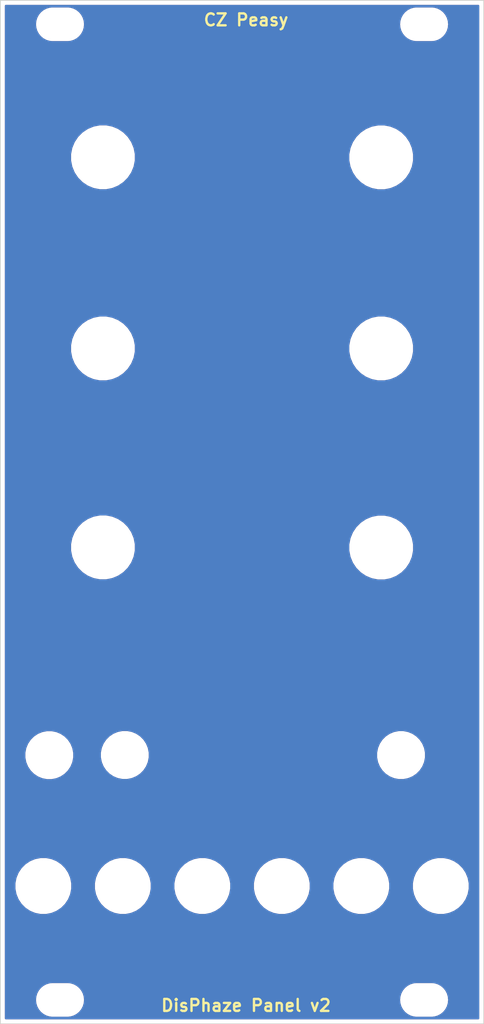
<source format=kicad_pcb>
(kicad_pcb (version 20171130) (host pcbnew "(5.1.5)-3")

  (general
    (thickness 1.6)
    (drawings 106)
    (tracks 0)
    (zones 0)
    (modules 20)
    (nets 1)
  )

  (page A4)
  (layers
    (0 F.Cu signal hide)
    (31 B.Cu signal)
    (32 B.Adhes user)
    (33 F.Adhes user)
    (34 B.Paste user)
    (35 F.Paste user)
    (36 B.SilkS user)
    (37 F.SilkS user hide)
    (38 B.Mask user)
    (39 F.Mask user)
    (40 Dwgs.User user hide)
    (41 Cmts.User user)
    (42 Eco1.User user)
    (43 Eco2.User user)
    (44 Edge.Cuts user)
    (45 Margin user)
    (46 B.CrtYd user)
    (47 F.CrtYd user)
    (48 B.Fab user)
    (49 F.Fab user)
  )

  (setup
    (last_trace_width 0.25)
    (user_trace_width 0.5)
    (trace_clearance 0.2)
    (zone_clearance 0.508)
    (zone_45_only no)
    (trace_min 0.2)
    (via_size 0.8)
    (via_drill 0.4)
    (via_min_size 0.4)
    (via_min_drill 0.3)
    (uvia_size 0.3)
    (uvia_drill 0.1)
    (uvias_allowed no)
    (uvia_min_size 0.2)
    (uvia_min_drill 0.1)
    (edge_width 0.1)
    (segment_width 0.4)
    (pcb_text_width 0.3)
    (pcb_text_size 1.5 1.5)
    (mod_edge_width 0.15)
    (mod_text_size 1 1)
    (mod_text_width 0.15)
    (pad_size 7 7)
    (pad_drill 7)
    (pad_to_mask_clearance 0)
    (solder_mask_min_width 0.25)
    (aux_axis_origin 0 0)
    (visible_elements 7FFDF76F)
    (pcbplotparams
      (layerselection 0x010fc_ffffffff)
      (usegerberextensions false)
      (usegerberattributes false)
      (usegerberadvancedattributes false)
      (creategerberjobfile false)
      (excludeedgelayer true)
      (linewidth 0.100000)
      (plotframeref false)
      (viasonmask false)
      (mode 1)
      (useauxorigin false)
      (hpglpennumber 1)
      (hpglpenspeed 20)
      (hpglpendiameter 15.000000)
      (psnegative false)
      (psa4output false)
      (plotreference false)
      (plotvalue false)
      (plotinvisibletext false)
      (padsonsilk false)
      (subtractmaskfromsilk false)
      (outputformat 1)
      (mirror false)
      (drillshape 0)
      (scaleselection 1)
      (outputdirectory "Gerbers/Panel/"))
  )

  (net 0 "")

  (net_class Default "This is the default net class."
    (clearance 0.2)
    (trace_width 0.25)
    (via_dia 0.8)
    (via_drill 0.4)
    (uvia_dia 0.3)
    (uvia_drill 0.1)
  )

  (net_class Wide_Power ""
    (clearance 0.2)
    (trace_width 0.5)
    (via_dia 0.8)
    (via_drill 0.4)
    (uvia_dia 0.3)
    (uvia_drill 0.1)
  )

  (module Custom_Footprints:Oval_Mounting_Hole (layer F.Cu) (tedit 5C93BEBC) (tstamp 5C9650FA)
    (at 107.1 43.8)
    (descr "Mounting Hole 6mm, no annular")
    (tags "mounting hole 6mm no annular")
    (fp_text reference Ref** (at 0 -3.5) (layer F.SilkS) hide
      (effects (font (size 1 1) (thickness 0.15)))
    )
    (fp_text value Oval_Mounting_Hole (at 0 5.08) (layer F.Fab)
      (effects (font (size 1 1) (thickness 0.15)))
    )
    (fp_circle (center 0 0) (end 1.54 0) (layer Cmts.User) (width 0.15))
    (fp_line (start -7.5 -3) (end -7.5 -1.27) (layer Dwgs.User) (width 0.15))
    (fp_line (start -7.5 1.27) (end -7.5 3) (layer Dwgs.User) (width 0.15))
    (fp_line (start -7.5 -3) (end -5.08 -3) (layer Dwgs.User) (width 0.15))
    (fp_line (start -7.5 3) (end -5.08 3) (layer Dwgs.User) (width 0.15))
    (fp_line (start 7.5 -3) (end 7.5 -1.27) (layer Dwgs.User) (width 0.15))
    (fp_line (start 7.5 1.27) (end 7.5 3) (layer Dwgs.User) (width 0.15))
    (fp_line (start 5.08 3) (end 7.5 3) (layer Dwgs.User) (width 0.15))
    (fp_line (start 5.08 -3) (end 7.5 -3) (layer Dwgs.User) (width 0.15))
    (pad "" np_thru_hole oval (at 0 0) (size 5 3.2) (drill oval 5 3.2) (layers *.Cu *.Mask))
  )

  (module Custom_Footprints:Sub_Miniature_Switch_MountingHole_5mm (layer B.Cu) (tedit 5F7CD364) (tstamp 5C930D43)
    (at 105.75 135.57)
    (descr "Mounting Hole 6mm, no annular")
    (tags "mounting hole 6mm no annular")
    (fp_text reference Ref** (at 0 5.4) (layer B.SilkS) hide
      (effects (font (size 1 1) (thickness 0.15)) (justify mirror))
    )
    (fp_text value Subminiature_Switch (at 0 -5.1) (layer B.Fab) hide
      (effects (font (size 1 1) (thickness 0.15)) (justify mirror))
    )
    (fp_circle (center 0 0) (end 2.5 0) (layer Cmts.User) (width 0.15))
    (fp_circle (center 0 0) (end 4 0) (layer B.CrtYd) (width 0.05))
    (pad "" np_thru_hole circle (at 0 0) (size 5 5) (drill 5) (layers *.Cu *.Mask))
    (model ":custom_3d:Eledis 1A11-NF1STSE SPDT Toggle Switch.stp"
      (offset (xyz 0 3.8 -12))
      (scale (xyz 0.8 0.8 0.8))
      (rotate (xyz 0 0 90))
    )
    (model :custom_3d:6mm_Nut.wrl
      (at (xyz 0 0 0))
      (scale (xyz 0.87 0.87 0.87))
      (rotate (xyz 0 0 0))
    )
  )

  (module Custom_Footprints:Sub_Miniature_Switch_MountingHole_5mm (layer B.Cu) (tedit 5F7CD364) (tstamp 5C930D27)
    (at 115.25 135.55)
    (descr "Mounting Hole 6mm, no annular")
    (tags "mounting hole 6mm no annular")
    (fp_text reference Ref** (at 0 5.4) (layer B.SilkS) hide
      (effects (font (size 1 1) (thickness 0.15)) (justify mirror))
    )
    (fp_text value Subminiature_Switch (at 0 -5.1) (layer B.Fab) hide
      (effects (font (size 1 1) (thickness 0.15)) (justify mirror))
    )
    (fp_circle (center 0 0) (end 2.5 0) (layer Cmts.User) (width 0.15))
    (fp_circle (center 0 0) (end 4 0) (layer B.CrtYd) (width 0.05))
    (pad "" np_thru_hole circle (at 0 0) (size 5 5) (drill 5) (layers *.Cu *.Mask))
    (model ":custom_3d:Eledis 1A11-NF1STSE SPDT Toggle Switch.stp"
      (offset (xyz 0 3.8 -12))
      (scale (xyz 0.8 0.8 0.8))
      (rotate (xyz 0 0 90))
    )
    (model :custom_3d:6mm_Nut.wrl
      (at (xyz 0 0 0))
      (scale (xyz 0.87 0.87 0.87))
      (rotate (xyz 0 0 0))
    )
  )

  (module Custom_Footprints:Sub_Miniature_Switch_MountingHole_5mm (layer B.Cu) (tedit 5F7CD364) (tstamp 5C930C5E)
    (at 150 135.56)
    (descr "Mounting Hole 6mm, no annular")
    (tags "mounting hole 6mm no annular")
    (fp_text reference Ref** (at 0 5.4) (layer B.SilkS) hide
      (effects (font (size 1 1) (thickness 0.15)) (justify mirror))
    )
    (fp_text value Subminiature_Switch (at 0 -5.1) (layer B.Fab) hide
      (effects (font (size 1 1) (thickness 0.15)) (justify mirror))
    )
    (fp_circle (center 0 0) (end 2.5 0) (layer Cmts.User) (width 0.15))
    (fp_circle (center 0 0) (end 4 0) (layer B.CrtYd) (width 0.05))
    (pad "" np_thru_hole circle (at 0 0) (size 5 5) (drill 5) (layers *.Cu *.Mask))
    (model ":custom_3d:Eledis 1A11-NF1STSE SPDT Toggle Switch.stp"
      (offset (xyz 0 3.8 -12))
      (scale (xyz 0.8 0.8 0.8))
      (rotate (xyz 0 0 90))
    )
    (model :custom_3d:6mm_Nut.wrl
      (at (xyz 0 0 0))
      (scale (xyz 0.87 0.87 0.87))
      (rotate (xyz 0 0 0))
    )
  )

  (module Custom_Footprints:Thonkiconn_Socket_MountingHole_6mm (layer B.Cu) (tedit 5F7C9DF4) (tstamp 5C931086)
    (at 105 152)
    (descr "Mounting Hole 6mm, no annular")
    (tags "mounting hole 6mm no annular")
    (fp_text reference Ref** (at 0 5.8) (layer B.SilkS) hide
      (effects (font (size 1 1) (thickness 0.15)) (justify mirror))
    )
    (fp_text value Thonkiconn_Socket_MountingHole_6mm (at 0 -5.825) (layer B.Fab)
      (effects (font (size 1 1) (thickness 0.15)) (justify mirror))
    )
    (fp_circle (center 0 0) (end 4.5 0) (layer B.CrtYd) (width 0.05))
    (pad "" np_thru_hole circle (at 0 0) (size 6 6) (drill 6) (layers *.Cu *.Mask))
    (model ":custom_3d:PJ301M-12 Thonkiconn v0.2.stp"
      (offset (xyz 0 0.7 -11.5))
      (scale (xyz 1 1 1))
      (rotate (xyz 0 0 0))
    )
    (model :custom_3d:6mm_Nut.wrl
      (at (xyz 0 0 0))
      (scale (xyz 1 1 1))
      (rotate (xyz 0 0 0))
    )
  )

  (module Custom_Footprints:Thonkiconn_Socket_MountingHole_6mm (layer B.Cu) (tedit 5F7C9DF4) (tstamp 5C93107C)
    (at 115 152)
    (descr "Mounting Hole 6mm, no annular")
    (tags "mounting hole 6mm no annular")
    (fp_text reference Ref** (at 0 5.8) (layer B.SilkS) hide
      (effects (font (size 1 1) (thickness 0.15)) (justify mirror))
    )
    (fp_text value Thonkiconn_Socket_MountingHole_6mm (at 0 -5.825) (layer B.Fab)
      (effects (font (size 1 1) (thickness 0.15)) (justify mirror))
    )
    (fp_circle (center 0 0) (end 4.5 0) (layer B.CrtYd) (width 0.05))
    (pad "" np_thru_hole circle (at 0 0) (size 6 6) (drill 6) (layers *.Cu *.Mask))
    (model ":custom_3d:PJ301M-12 Thonkiconn v0.2.stp"
      (offset (xyz 0 0.7 -11.5))
      (scale (xyz 1 1 1))
      (rotate (xyz 0 0 0))
    )
    (model :custom_3d:6mm_Nut.wrl
      (at (xyz 0 0 0))
      (scale (xyz 1 1 1))
      (rotate (xyz 0 0 0))
    )
  )

  (module Custom_Footprints:Thonkiconn_Socket_MountingHole_6mm (layer B.Cu) (tedit 5F7C9DF4) (tstamp 5C931072)
    (at 125 152)
    (descr "Mounting Hole 6mm, no annular")
    (tags "mounting hole 6mm no annular")
    (fp_text reference Ref** (at 0 5.8) (layer B.SilkS) hide
      (effects (font (size 1 1) (thickness 0.15)) (justify mirror))
    )
    (fp_text value Thonkiconn_Socket_MountingHole_6mm (at 0 -5.825) (layer B.Fab)
      (effects (font (size 1 1) (thickness 0.15)) (justify mirror))
    )
    (fp_circle (center 0 0) (end 4.5 0) (layer B.CrtYd) (width 0.05))
    (pad "" np_thru_hole circle (at 0 0) (size 6 6) (drill 6) (layers *.Cu *.Mask))
    (model ":custom_3d:PJ301M-12 Thonkiconn v0.2.stp"
      (offset (xyz 0 0.7 -11.5))
      (scale (xyz 1 1 1))
      (rotate (xyz 0 0 0))
    )
    (model :custom_3d:6mm_Nut.wrl
      (at (xyz 0 0 0))
      (scale (xyz 1 1 1))
      (rotate (xyz 0 0 0))
    )
  )

  (module Custom_Footprints:Thonkiconn_Socket_MountingHole_6mm (layer B.Cu) (tedit 5F7C9DF4) (tstamp 5C931068)
    (at 135 152)
    (descr "Mounting Hole 6mm, no annular")
    (tags "mounting hole 6mm no annular")
    (fp_text reference Ref** (at 0 5.8) (layer B.SilkS) hide
      (effects (font (size 1 1) (thickness 0.15)) (justify mirror))
    )
    (fp_text value Thonkiconn_Socket_MountingHole_6mm (at 0 -5.825) (layer B.Fab)
      (effects (font (size 1 1) (thickness 0.15)) (justify mirror))
    )
    (fp_circle (center 0 0) (end 4.5 0) (layer B.CrtYd) (width 0.05))
    (pad "" np_thru_hole circle (at 0 0) (size 6 6) (drill 6) (layers *.Cu *.Mask))
    (model ":custom_3d:PJ301M-12 Thonkiconn v0.2.stp"
      (offset (xyz 0 0.7 -11.5))
      (scale (xyz 1 1 1))
      (rotate (xyz 0 0 0))
    )
    (model :custom_3d:6mm_Nut.wrl
      (at (xyz 0 0 0))
      (scale (xyz 1 1 1))
      (rotate (xyz 0 0 0))
    )
  )

  (module Custom_Footprints:Thonkiconn_Socket_MountingHole_6mm (layer B.Cu) (tedit 5F7C9DF4) (tstamp 5C93105E)
    (at 145 152)
    (descr "Mounting Hole 6mm, no annular")
    (tags "mounting hole 6mm no annular")
    (fp_text reference Ref** (at 0 5.8) (layer B.SilkS) hide
      (effects (font (size 1 1) (thickness 0.15)) (justify mirror))
    )
    (fp_text value Thonkiconn_Socket_MountingHole_6mm (at 0 -5.825) (layer B.Fab)
      (effects (font (size 1 1) (thickness 0.15)) (justify mirror))
    )
    (fp_circle (center 0 0) (end 4.5 0) (layer B.CrtYd) (width 0.05))
    (pad "" np_thru_hole circle (at 0 0) (size 6 6) (drill 6) (layers *.Cu *.Mask))
    (model ":custom_3d:PJ301M-12 Thonkiconn v0.2.stp"
      (offset (xyz 0 0.7 -11.5))
      (scale (xyz 1 1 1))
      (rotate (xyz 0 0 0))
    )
    (model :custom_3d:6mm_Nut.wrl
      (at (xyz 0 0 0))
      (scale (xyz 1 1 1))
      (rotate (xyz 0 0 0))
    )
  )

  (module Custom_Footprints:Thonkiconn_Socket_MountingHole_6mm (layer B.Cu) (tedit 5F7C9DF4) (tstamp 5C930EF4)
    (at 155 152)
    (descr "Mounting Hole 6mm, no annular")
    (tags "mounting hole 6mm no annular")
    (fp_text reference Ref** (at 0 5.8) (layer B.SilkS) hide
      (effects (font (size 1 1) (thickness 0.15)) (justify mirror))
    )
    (fp_text value Thonkiconn_Socket_MountingHole_6mm (at 0 -5.825) (layer B.Fab)
      (effects (font (size 1 1) (thickness 0.15)) (justify mirror))
    )
    (fp_circle (center 0 0) (end 4.5 0) (layer B.CrtYd) (width 0.05))
    (pad "" np_thru_hole circle (at 0 0) (size 6 6) (drill 6) (layers *.Cu *.Mask))
    (model ":custom_3d:PJ301M-12 Thonkiconn v0.2.stp"
      (offset (xyz 0 0.7 -11.5))
      (scale (xyz 1 1 1))
      (rotate (xyz 0 0 0))
    )
    (model :custom_3d:6mm_Nut.wrl
      (at (xyz 0 0 0))
      (scale (xyz 1 1 1))
      (rotate (xyz 0 0 0))
    )
  )

  (module Custom_Footprints:Alpha_9mm_pot_hole (layer B.Cu) (tedit 5F7C9874) (tstamp 5C92E25D)
    (at 112.5 60.5)
    (descr "Mounting Hole 7mm")
    (tags "mounting hole 7mm")
    (fp_text reference Ref** (at 0.5 6.5) (layer B.SilkS) hide
      (effects (font (size 1 1) (thickness 0.15)) (justify mirror))
    )
    (fp_text value Alpha_9mm_pot (at 0 -6.5) (layer B.Fab) hide
      (effects (font (size 1 1) (thickness 0.15)) (justify mirror))
    )
    (fp_circle (center 0 0) (end 7.75 0) (layer Dwgs.User) (width 0.15))
    (fp_circle (center 0 0) (end 3.5 0) (layer Cmts.User) (width 0.15))
    (fp_circle (center 0 0) (end 6 0) (layer B.CrtYd) (width 0.05))
    (pad "" np_thru_hole circle (at 0 0) (size 7 7) (drill 7) (layers *.Cu *.Mask))
    (model :custom_3d:Sifam_Knob_Small_Skirted.wrl
      (at (xyz 0 0 0))
      (scale (xyz 1 1 1))
      (rotate (xyz 0 0 0))
    )
  )

  (module Custom_Footprints:Alpha_9mm_pot_hole (layer B.Cu) (tedit 5F7C9874) (tstamp 5C92E1ED)
    (at 112.5 84.5)
    (descr "Mounting Hole 7mm")
    (tags "mounting hole 7mm")
    (fp_text reference Ref** (at 0.5 6.5) (layer B.SilkS) hide
      (effects (font (size 1 1) (thickness 0.15)) (justify mirror))
    )
    (fp_text value Alpha_9mm_pot (at 0 -6.5) (layer B.Fab) hide
      (effects (font (size 1 1) (thickness 0.15)) (justify mirror))
    )
    (fp_circle (center 0 0) (end 7.75 0) (layer Dwgs.User) (width 0.15))
    (fp_circle (center 0 0) (end 3.5 0) (layer Cmts.User) (width 0.15))
    (fp_circle (center 0 0) (end 6 0) (layer B.CrtYd) (width 0.05))
    (pad "" np_thru_hole circle (at 0 0) (size 7 7) (drill 7) (layers *.Cu *.Mask))
    (model :custom_3d:Sifam_Knob_Small_Skirted.wrl
      (at (xyz 0 0 0))
      (scale (xyz 1 1 1))
      (rotate (xyz 0 0 0))
    )
  )

  (module Custom_Footprints:Alpha_9mm_pot_hole (layer B.Cu) (tedit 5F7C9874) (tstamp 5C92E195)
    (at 147.5 84.5)
    (descr "Mounting Hole 7mm")
    (tags "mounting hole 7mm")
    (fp_text reference Ref** (at 0.5 6.5) (layer B.SilkS) hide
      (effects (font (size 1 1) (thickness 0.15)) (justify mirror))
    )
    (fp_text value Alpha_9mm_pot (at 0 -6.5) (layer B.Fab) hide
      (effects (font (size 1 1) (thickness 0.15)) (justify mirror))
    )
    (fp_circle (center 0 0) (end 7.75 0) (layer Dwgs.User) (width 0.15))
    (fp_circle (center 0 0) (end 3.5 0) (layer Cmts.User) (width 0.15))
    (fp_circle (center 0 0) (end 6 0) (layer B.CrtYd) (width 0.05))
    (pad "" np_thru_hole circle (at 0 0) (size 7 7) (drill 7) (layers *.Cu *.Mask))
    (model :custom_3d:Sifam_Knob_Small_Skirted.wrl
      (at (xyz 0 0 0))
      (scale (xyz 1 1 1))
      (rotate (xyz 0 0 0))
    )
  )

  (module Custom_Footprints:Alpha_9mm_pot_hole (layer B.Cu) (tedit 5F7C9874) (tstamp 5C92E132)
    (at 112.5 109.48)
    (descr "Mounting Hole 7mm")
    (tags "mounting hole 7mm")
    (fp_text reference Ref** (at 0.5 6.5) (layer B.SilkS) hide
      (effects (font (size 1 1) (thickness 0.15)) (justify mirror))
    )
    (fp_text value Alpha_9mm_pot (at 0 -6.5) (layer B.Fab) hide
      (effects (font (size 1 1) (thickness 0.15)) (justify mirror))
    )
    (fp_circle (center 0 0) (end 7.75 0) (layer Dwgs.User) (width 0.15))
    (fp_circle (center 0 0) (end 3.5 0) (layer Cmts.User) (width 0.15))
    (fp_circle (center 0 0) (end 6 0) (layer B.CrtYd) (width 0.05))
    (pad "" np_thru_hole circle (at 0 0) (size 7 7) (drill 7) (layers *.Cu *.Mask))
    (model :custom_3d:Sifam_Knob_Small_Skirted.wrl
      (at (xyz 0 0 0))
      (scale (xyz 1 1 1))
      (rotate (xyz 0 0 0))
    )
  )

  (module Custom_Footprints:Alpha_9mm_pot_hole locked (layer B.Cu) (tedit 5F7C9874) (tstamp 5C93B4F9)
    (at 147.5 109.5)
    (descr "Mounting Hole 7mm")
    (tags "mounting hole 7mm")
    (fp_text reference Ref** (at 0.5 6.5) (layer B.SilkS) hide
      (effects (font (size 1 1) (thickness 0.15)) (justify mirror))
    )
    (fp_text value Alpha_9mm_pot (at 0 -6.5) (layer B.Fab) hide
      (effects (font (size 1 1) (thickness 0.15)) (justify mirror))
    )
    (fp_circle (center 0 0) (end 7.75 0) (layer Dwgs.User) (width 0.15))
    (fp_circle (center 0 0) (end 3.5 0) (layer Cmts.User) (width 0.15))
    (fp_circle (center 0 0) (end 6 0) (layer B.CrtYd) (width 0.05))
    (pad "" np_thru_hole circle (at 0 0) (size 7 7) (drill 7) (layers *.Cu *.Mask))
    (model :custom_3d:Sifam_Knob_Small_Skirted.wrl
      (at (xyz 0 0 0))
      (scale (xyz 1 1 1))
      (rotate (xyz 0 0 0))
    )
  )

  (module Custom_Footprints:Alpha_9mm_pot_hole (layer B.Cu) (tedit 5F7C9874) (tstamp 5C92DFB5)
    (at 147.5 60.51)
    (descr "Mounting Hole 7mm")
    (tags "mounting hole 7mm")
    (fp_text reference Ref** (at 0.5 6.5) (layer B.SilkS) hide
      (effects (font (size 1 1) (thickness 0.15)) (justify mirror))
    )
    (fp_text value Alpha_9mm_pot (at 0 -6.5) (layer B.Fab) hide
      (effects (font (size 1 1) (thickness 0.15)) (justify mirror))
    )
    (fp_circle (center 0 0) (end 7.75 0) (layer Dwgs.User) (width 0.15))
    (fp_circle (center 0 0) (end 3.5 0) (layer Cmts.User) (width 0.15))
    (fp_circle (center 0 0) (end 6 0) (layer B.CrtYd) (width 0.05))
    (pad "" np_thru_hole circle (at 0 0) (size 7 7) (drill 7) (layers *.Cu *.Mask))
    (model :custom_3d:Sifam_Knob_Small_Skirted.wrl
      (at (xyz 0 0 0))
      (scale (xyz 1 1 1))
      (rotate (xyz 0 0 0))
    )
  )

  (module logo:disphaze (layer B.Cu) (tedit 0) (tstamp 5C965B87)
    (at 129.7 45.1 180)
    (fp_text reference G1 (at 0 0 180) (layer B.SilkS) hide
      (effects (font (size 1.524 1.524) (thickness 0.3)) (justify mirror))
    )
    (fp_text value LOGO (at 0.75 0 180) (layer B.SilkS) hide
      (effects (font (size 1.524 1.524) (thickness 0.3)) (justify mirror))
    )
    (fp_poly (pts (xy 10.3505 1.406315) (xy 10.343564 1.202078) (xy 10.325783 0.943216) (xy 10.310885 0.782618)
      (xy 10.27127 0.403606) (xy 9.929885 0.431917) (xy 9.5885 0.460227) (xy 9.5885 0.261864)
      (xy 9.593852 0.148231) (xy 9.630813 0.089233) (xy 9.730736 0.06696) (xy 9.924976 0.063501)
      (xy 9.935757 0.0635) (xy 10.147808 0.053879) (xy 10.248067 0.022734) (xy 10.25856 -0.015875)
      (xy 10.227077 -0.135366) (xy 10.196713 -0.266409) (xy 10.1594 -0.372092) (xy 10.082661 -0.426793)
      (xy 9.92868 -0.451784) (xy 9.858034 -0.456909) (xy 9.675428 -0.474406) (xy 9.583842 -0.512895)
      (xy 9.547366 -0.597614) (xy 9.536851 -0.682625) (xy 9.531865 -0.797197) (xy 9.56013 -0.861671)
      (xy 9.64541 -0.883211) (xy 9.811464 -0.868978) (xy 10.037403 -0.833522) (xy 10.327556 -0.785615)
      (xy 10.267114 -1.091307) (xy 10.206671 -1.397) (xy 8.40212 -1.397) (xy 8.359377 0.028987)
      (xy 8.345373 0.446388) (xy 8.329861 0.824389) (xy 8.313875 1.143375) (xy 8.298449 1.383737)
      (xy 8.284618 1.52586) (xy 8.279023 1.552987) (xy 8.278271 1.589338) (xy 8.319256 1.615552)
      (xy 8.41855 1.633226) (xy 8.592723 1.643958) (xy 8.858344 1.649343) (xy 9.231983 1.65098)
      (xy 9.295956 1.651) (xy 10.3505 1.651) (xy 10.3505 1.406315)) (layer B.Mask) (width 0.01))
    (fp_poly (pts (xy 7.297198 1.648397) (xy 7.625172 1.64115) (xy 7.885922 1.630101) (xy 8.059943 1.616093)
      (xy 8.127735 1.599969) (xy 8.128 1.598873) (xy 8.103002 1.52734) (xy 8.03336 1.358865)
      (xy 7.927102 1.112069) (xy 7.792257 0.805572) (xy 7.636852 0.457994) (xy 7.62 0.420607)
      (xy 7.463003 0.070292) (xy 7.325717 -0.240407) (xy 7.216158 -0.492985) (xy 7.142344 -0.668937)
      (xy 7.11229 -0.749759) (xy 7.112 -0.751979) (xy 7.16932 -0.770875) (xy 7.318451 -0.773437)
      (xy 7.49466 -0.761841) (xy 7.713451 -0.747349) (xy 7.825614 -0.758484) (xy 7.849328 -0.797374)
      (xy 7.847427 -0.803156) (xy 7.812799 -0.910826) (xy 7.763253 -1.083372) (xy 7.748069 -1.139028)
      (xy 7.678604 -1.397) (xy 6.792052 -1.397) (xy 6.473024 -1.393607) (xy 6.204966 -1.384293)
      (xy 6.010627 -1.370348) (xy 5.912758 -1.353066) (xy 5.9055 -1.346629) (xy 5.923531 -1.259544)
      (xy 5.977764 -1.053819) (xy 6.068409 -0.7287) (xy 6.195674 -0.283433) (xy 6.321334 0.150646)
      (xy 6.41127 0.460042) (xy 5.715 0.402302) (xy 5.715 1.651) (xy 6.9215 1.651)
      (xy 7.297198 1.648397)) (layer B.Mask) (width 0.01))
    (fp_poly (pts (xy 1.418191 0.693722) (xy 1.376757 -0.263556) (xy 1.593253 -0.242903) (xy 1.80975 -0.22225)
      (xy 1.790739 0.714375) (xy 1.771729 1.651) (xy 3.06436 1.651) (xy 3.025088 1.031875)
      (xy 3.006785 0.723701) (xy 2.985656 0.337151) (xy 2.964268 -0.079263) (xy 2.945187 -0.477031)
      (xy 2.944496 -0.492125) (xy 2.903175 -1.397) (xy 1.905 -1.397) (xy 1.905 -1.0795)
      (xy 1.893168 -0.874302) (xy 1.847466 -0.779268) (xy 1.752579 -0.778926) (xy 1.652716 -0.824581)
      (xy 1.565301 -0.847818) (xy 1.500251 -0.785778) (xy 1.451999 -0.681706) (xy 1.408747 -0.582206)
      (xy 1.382182 -0.556509) (xy 1.366264 -0.619434) (xy 1.354954 -0.785795) (xy 1.348076 -0.936625)
      (xy 1.327936 -1.397) (xy 0.209163 -1.397) (xy 0.166968 -0.301625) (xy 0.150293 0.09654)
      (xy 0.131613 0.485595) (xy 0.112662 0.832926) (xy 0.095174 1.105917) (xy 0.085932 1.222375)
      (xy 0.04709 1.651) (xy 1.459626 1.651) (xy 1.418191 0.693722)) (layer B.Mask) (width 0.01))
    (fp_poly (pts (xy -1.727404 1.704287) (xy -1.373719 1.673315) (xy -1.06136 1.620778) (xy -0.856127 1.559548)
      (xy -0.511024 1.353887) (xy -0.260108 1.072361) (xy -0.112755 0.731266) (xy -0.078338 0.346896)
      (xy -0.09087 0.229327) (xy -0.203573 -0.137267) (xy -0.415749 -0.428495) (xy -0.719159 -0.636277)
      (xy -1.089245 -0.749849) (xy -1.36525 -0.796669) (xy -1.384605 -1.096834) (xy -1.403959 -1.397)
      (xy -1.93902 -1.397) (xy -2.200388 -1.394756) (xy -2.36138 -1.383534) (xy -2.448601 -1.356595)
      (xy -2.488653 -1.307202) (xy -2.503186 -1.254125) (xy -2.514185 -1.147827) (xy -2.527492 -0.93689)
      (xy -2.542008 -0.643628) (xy -2.556637 -0.290354) (xy -2.570092 0.09525) (xy -1.3335 0.09525)
      (xy -1.320931 -0.128292) (xy -1.274586 -0.237247) (xy -1.181508 -0.242309) (xy -1.03013 -0.155149)
      (xy -0.913056 -0.008398) (xy -0.902257 0.164471) (xy -0.997732 0.320045) (xy -1.03013 0.34565)
      (xy -1.182406 0.43313) (xy -1.275088 0.427333) (xy -1.321134 0.317564) (xy -1.3335 0.09525)
      (xy -2.570092 0.09525) (xy -2.57028 0.100615) (xy -2.571113 0.127) (xy -2.584902 0.519263)
      (xy -2.600204 0.874909) (xy -2.615841 1.171729) (xy -2.630632 1.387512) (xy -2.6434 1.500049)
      (xy -2.644161 1.503381) (xy -2.650897 1.589086) (xy -2.597833 1.639498) (xy -2.456711 1.674091)
      (xy -2.378414 1.686495) (xy -2.077331 1.709934) (xy -1.727404 1.704287)) (layer B.Mask) (width 0.01))
    (fp_poly (pts (xy -6.46064 1.651) (xy -6.49918 1.031875) (xy -6.517199 0.723702) (xy -6.538087 0.337154)
      (xy -6.559305 -0.079259) (xy -6.57831 -0.477026) (xy -6.579 -0.492125) (xy -6.62028 -1.397)
      (xy -7.730798 -1.397) (xy -7.772339 -0.174625) (xy -7.787416 0.229519) (xy -7.804098 0.610683)
      (xy -7.821049 0.942595) (xy -7.836932 1.19898) (xy -7.849899 1.349376) (xy -7.885918 1.651001)
      (xy -7.173279 1.651001) (xy -6.46064 1.651)) (layer B.Mask) (width 0.01))
    (fp_poly (pts (xy 4.369515 1.637316) (xy 4.9744 1.61925) (xy 5.062417 1.17475) (xy 5.106331 0.962981)
      (xy 5.168486 0.676491) (xy 5.243089 0.340609) (xy 5.324347 -0.019336) (xy 5.406467 -0.378017)
      (xy 5.483656 -0.710105) (xy 5.550123 -0.990271) (xy 5.600073 -1.193188) (xy 5.625176 -1.285875)
      (xy 5.630083 -1.339502) (xy 5.588631 -1.372542) (xy 5.478278 -1.389859) (xy 5.276482 -1.396315)
      (xy 5.110084 -1.397) (xy 4.842503 -1.394271) (xy 4.675717 -1.382288) (xy 4.583573 -1.355356)
      (xy 4.539915 -1.307778) (xy 4.526899 -1.27) (xy 4.49408 -1.176731) (xy 4.443214 -1.154664)
      (xy 4.345392 -1.206877) (xy 4.215236 -1.303175) (xy 4.005235 -1.463351) (xy 3.896047 -1.25555)
      (xy 3.786858 -1.04775) (xy 3.748248 -1.2065) (xy 3.707548 -1.305046) (xy 3.623005 -1.356789)
      (xy 3.457258 -1.381146) (xy 3.405115 -1.384826) (xy 3.223755 -1.391264) (xy 3.14093 -1.373018)
      (xy 3.129016 -1.320001) (xy 3.137783 -1.287222) (xy 3.182274 -1.126305) (xy 3.245896 -0.869225)
      (xy 3.258984 -0.813583) (xy 3.8735 -0.813583) (xy 3.927037 -0.822002) (xy 4.05351 -0.811037)
      (xy 4.201709 -0.78808) (xy 4.320423 -0.760524) (xy 4.357432 -0.743733) (xy 4.356149 -0.670899)
      (xy 4.316521 -0.528977) (xy 4.255356 -0.36237) (xy 4.189458 -0.215477) (xy 4.135635 -0.1327)
      (xy 4.12399 -0.127) (xy 4.084147 -0.181128) (xy 4.024257 -0.315945) (xy 3.959408 -0.490093)
      (xy 3.904688 -0.662217) (xy 3.875186 -0.790961) (xy 3.8735 -0.813583) (xy 3.258984 -0.813583)
      (xy 3.32234 -0.544245) (xy 3.405298 -0.179626) (xy 3.488461 0.196367) (xy 3.565522 0.555473)
      (xy 3.630171 0.869428) (xy 3.676101 1.109971) (xy 3.686525 1.171207) (xy 3.76463 1.655381)
      (xy 4.369515 1.637316)) (layer B.Mask) (width 0.01))
    (fp_poly (pts (xy -4.821226 1.706752) (xy -4.636797 1.66951) (xy -4.524973 1.581775) (xy -4.467775 1.422551)
      (xy -4.447224 1.170839) (xy -4.445 0.95391) (xy -4.446808 0.686724) (xy -4.455921 0.523578)
      (xy -4.477878 0.441524) (xy -4.518216 0.417613) (xy -4.572339 0.42619) (xy -4.734899 0.413119)
      (xy -4.852453 0.305681) (xy -4.887519 0.16685) (xy -4.853835 0.031949) (xy -4.771366 -0.148712)
      (xy -4.729094 -0.22225) (xy -4.600002 -0.528369) (xy -4.587743 -0.819819) (xy -4.68705 -1.078108)
      (xy -4.892656 -1.284744) (xy -5.056873 -1.372944) (xy -5.345486 -1.442829) (xy -5.661321 -1.442034)
      (xy -5.78837 -1.417884) (xy -5.879695 -1.340754) (xy -5.93426 -1.218875) (xy -5.976944 -1.049132)
      (xy -6.006839 -0.940426) (xy -6.003759 -0.870363) (xy -5.923369 -0.832033) (xy -5.765698 -0.813426)
      (xy -5.589186 -0.789873) (xy -5.503102 -0.739082) (xy -5.471781 -0.645698) (xy -5.488406 -0.537378)
      (xy -5.574066 -0.394101) (xy -5.741175 -0.197076) (xy -5.831448 -0.101253) (xy -6.105809 0.224308)
      (xy -6.266725 0.520576) (xy -6.318514 0.8058) (xy -6.265497 1.098228) (xy -6.167548 1.318464)
      (xy -6.015997 1.479383) (xy -5.766301 1.605513) (xy -5.444824 1.687109) (xy -5.096238 1.7145)
      (xy -4.821226 1.706752)) (layer B.Mask) (width 0.01))
    (fp_poly (pts (xy -9.215029 1.630863) (xy -8.783655 1.462738) (xy -8.443743 1.208258) (xy -8.183384 0.862497)
      (xy -8.03321 0.466431) (xy -7.997427 0.039741) (xy -8.080243 -0.397892) (xy -8.092598 -0.434147)
      (xy -8.274592 -0.805086) (xy -8.531113 -1.085606) (xy -8.87021 -1.280702) (xy -9.299934 -1.395369)
      (xy -9.70083 -1.432107) (xy -9.970881 -1.437305) (xy -10.20623 -1.434543) (xy -10.367426 -1.424528)
      (xy -10.398021 -1.419664) (xy -10.458926 -1.401774) (xy -10.505895 -1.367915) (xy -10.541402 -1.302371)
      (xy -10.567921 -1.189426) (xy -10.587927 -1.013366) (xy -10.603894 -0.758473) (xy -10.618296 -0.409034)
      (xy -10.624517 -0.22225) (xy -9.398 -0.22225) (xy -9.390905 -0.538368) (xy -9.364262 -0.736703)
      (xy -9.31004 -0.825948) (xy -9.220206 -0.814796) (xy -9.086729 -0.711939) (xy -9.012116 -0.639884)
      (xy -8.878009 -0.467066) (xy -8.829119 -0.273439) (xy -8.8265 -0.192498) (xy -8.871119 0.041747)
      (xy -8.988044 0.235924) (xy -9.151874 0.357048) (xy -9.268114 0.381) (xy -9.32844 0.372508)
      (xy -9.366509 0.331292) (xy -9.387403 0.233742) (xy -9.396206 0.056249) (xy -9.398 -0.22225)
      (xy -10.624517 -0.22225) (xy -10.633609 0.050667) (xy -10.634643 0.083111) (xy -10.64862 0.472283)
      (xy -10.664368 0.828417) (xy -10.680603 1.127761) (xy -10.696046 1.346565) (xy -10.708867 1.458456)
      (xy -10.745063 1.63944) (xy -10.322265 1.684717) (xy -9.728647 1.705046) (xy -9.215029 1.630863)) (layer B.Mask) (width 0.01))
  )

  (module Custom_Footprints:Oval_Mounting_Hole (layer F.Cu) (tedit 5C93BEBC) (tstamp 5C9650F8)
    (at 152.9 43.8)
    (descr "Mounting Hole 6mm, no annular")
    (tags "mounting hole 6mm no annular")
    (fp_text reference Ref** (at 0 -3.5) (layer F.SilkS) hide
      (effects (font (size 1 1) (thickness 0.15)))
    )
    (fp_text value Oval_Mounting_Hole (at 0 5.08) (layer F.Fab)
      (effects (font (size 1 1) (thickness 0.15)))
    )
    (fp_line (start 5.08 -3) (end 7.5 -3) (layer Dwgs.User) (width 0.15))
    (fp_line (start 5.08 3) (end 7.5 3) (layer Dwgs.User) (width 0.15))
    (fp_line (start 7.5 1.27) (end 7.5 3) (layer Dwgs.User) (width 0.15))
    (fp_line (start 7.5 -3) (end 7.5 -1.27) (layer Dwgs.User) (width 0.15))
    (fp_line (start -7.5 3) (end -5.08 3) (layer Dwgs.User) (width 0.15))
    (fp_line (start -7.5 -3) (end -5.08 -3) (layer Dwgs.User) (width 0.15))
    (fp_line (start -7.5 1.27) (end -7.5 3) (layer Dwgs.User) (width 0.15))
    (fp_line (start -7.5 -3) (end -7.5 -1.27) (layer Dwgs.User) (width 0.15))
    (fp_circle (center 0 0) (end 1.54 0) (layer Cmts.User) (width 0.15))
    (pad "" np_thru_hole oval (at 0 0) (size 5 3.2) (drill oval 5 3.2) (layers *.Cu *.Mask))
  )

  (module Custom_Footprints:Oval_Mounting_Hole (layer F.Cu) (tedit 5C93BEBC) (tstamp 5C96512E)
    (at 107.1 166.3)
    (descr "Mounting Hole 6mm, no annular")
    (tags "mounting hole 6mm no annular")
    (fp_text reference Ref** (at 0 -3.5) (layer F.SilkS) hide
      (effects (font (size 1 1) (thickness 0.15)))
    )
    (fp_text value Oval_Mounting_Hole (at 0 5.08) (layer F.Fab)
      (effects (font (size 1 1) (thickness 0.15)))
    )
    (fp_circle (center 0 0) (end 1.54 0) (layer Cmts.User) (width 0.15))
    (fp_line (start -7.5 -3) (end -7.5 -1.27) (layer Dwgs.User) (width 0.15))
    (fp_line (start -7.5 1.27) (end -7.5 3) (layer Dwgs.User) (width 0.15))
    (fp_line (start -7.5 -3) (end -5.08 -3) (layer Dwgs.User) (width 0.15))
    (fp_line (start -7.5 3) (end -5.08 3) (layer Dwgs.User) (width 0.15))
    (fp_line (start 7.5 -3) (end 7.5 -1.27) (layer Dwgs.User) (width 0.15))
    (fp_line (start 7.5 1.27) (end 7.5 3) (layer Dwgs.User) (width 0.15))
    (fp_line (start 5.08 3) (end 7.5 3) (layer Dwgs.User) (width 0.15))
    (fp_line (start 5.08 -3) (end 7.5 -3) (layer Dwgs.User) (width 0.15))
    (pad "" np_thru_hole oval (at 0 0) (size 5 3.2) (drill oval 5 3.2) (layers *.Cu *.Mask))
  )

  (module Custom_Footprints:Oval_Mounting_Hole (layer F.Cu) (tedit 5C93BEBC) (tstamp 5C965114)
    (at 152.9 166.3)
    (descr "Mounting Hole 6mm, no annular")
    (tags "mounting hole 6mm no annular")
    (fp_text reference Ref** (at 0 -3.5) (layer F.SilkS) hide
      (effects (font (size 1 1) (thickness 0.15)))
    )
    (fp_text value Oval_Mounting_Hole (at 0 5.08) (layer F.Fab)
      (effects (font (size 1 1) (thickness 0.15)))
    )
    (fp_line (start 5.08 -3) (end 7.5 -3) (layer Dwgs.User) (width 0.15))
    (fp_line (start 5.08 3) (end 7.5 3) (layer Dwgs.User) (width 0.15))
    (fp_line (start 7.5 1.27) (end 7.5 3) (layer Dwgs.User) (width 0.15))
    (fp_line (start 7.5 -3) (end 7.5 -1.27) (layer Dwgs.User) (width 0.15))
    (fp_line (start -7.5 3) (end -5.08 3) (layer Dwgs.User) (width 0.15))
    (fp_line (start -7.5 -3) (end -5.08 -3) (layer Dwgs.User) (width 0.15))
    (fp_line (start -7.5 1.27) (end -7.5 3) (layer Dwgs.User) (width 0.15))
    (fp_line (start -7.5 -3) (end -7.5 -1.27) (layer Dwgs.User) (width 0.15))
    (fp_circle (center 0 0) (end 1.54 0) (layer Cmts.User) (width 0.15))
    (pad "" np_thru_hole oval (at 0 0) (size 5 3.2) (drill oval 5 3.2) (layers *.Cu *.Mask))
  )

  (gr_line (start 130 99.5) (end 132.5 97) (layer B.Mask) (width 0.3) (tstamp 5F7DCFC1))
  (gr_line (start 130 99.5) (end 127.5 97) (layer B.Mask) (width 0.3) (tstamp 5F7DCFC0))
  (gr_line (start 130 122.5) (end 132.5 125) (layer B.Mask) (width 0.3) (tstamp 5F7DCF8E))
  (gr_line (start 130 122.5) (end 127.5 125) (layer B.Mask) (width 0.3) (tstamp 5F7DCF8D))
  (gr_line (start 130 128.5) (end 130 139.5) (layer B.Mask) (width 0.3) (tstamp 5F7DCA28))
  (gr_line (start 160 143) (end 120 143) (layer B.Mask) (width 0.3) (tstamp 5F7DC77C))
  (gr_line (start 120 143) (end 100 143) (layer B.Mask) (width 0.3) (tstamp 5F7DC716))
  (gr_line (start 105 152) (end 115 152) (layer B.Mask) (width 0.3) (tstamp 5F7DC68D))
  (gr_line (start 145 152) (end 155 152) (layer B.Mask) (width 0.3) (tstamp 5F7DC68A))
  (gr_line (start 130 52) (end 130 92.5) (layer B.Mask) (width 0.3) (tstamp 5F7DC4BB))
  (gr_line (start 99.7 125) (end 127.5 125) (layer B.Mask) (width 0.3) (tstamp 5F7DC45D))
  (gr_line (start 132.5 125) (end 160.3 125) (layer B.Mask) (width 0.3) (tstamp 5F7DC45C))
  (gr_line (start 160.3 97) (end 132.5 97) (layer B.Mask) (width 0.3))
  (gr_line (start 127.5 97) (end 99.7 97) (layer B.Mask) (width 0.3))
  (gr_poly (pts (xy 159.5 156.5) (xy 150.5 156.5) (xy 150.5 147.5) (xy 159.5 147.5)) (layer B.Mask) (width 0.1) (tstamp 5F68C49A))
  (gr_poly (pts (xy 109.5 156.5) (xy 100.5 156.5) (xy 100.5 147.5) (xy 109.5 147.5)) (layer B.Mask) (width 0.1))
  (gr_arc (start 147.5 109.5) (end 145.8 100.7) (angle -39.91075263) (layer B.Mask) (width 0.4) (tstamp 5F68C048))
  (gr_arc (start 147.5 109.5) (end 154.3 103.8) (angle -37.8454142) (layer B.Mask) (width 0.4) (tstamp 5F68C02C))
  (gr_arc (start 147.5 109.5) (end 138.9 106.7) (angle -44.31569659) (layer B.Mask) (width 0.4) (tstamp 5F68BFFE))
  (gr_arc (start 147.5 109.5) (end 155.5 113.6) (angle -44.56501319) (layer B.Mask) (width 0.4))
  (gr_line (start 160.3 48.9) (end 99.7 48.9) (layer B.Mask) (width 0.3) (tstamp 5F68BEDE))
  (gr_arc (start 112.5 109.494114) (end 108.6 101.4) (angle -109.7512305) (layer B.Mask) (width 0.4) (tstamp 5F65F3EB))
  (gr_arc (start 112.5 109.5) (end 118.7 116) (angle -109.4833711) (layer B.Mask) (width 0.4))
  (gr_circle (center 112.5 109.505285) (end 121.5 109.505285) (layer Dwgs.User) (width 0.5) (tstamp 5F65F3E7))
  (gr_poly (pts (xy 116 69.4) (xy 109 69.4) (xy 109 68.2)) (layer B.Mask) (width 0.1) (tstamp 5F65F0A2))
  (gr_arc (start 112.5 60.5) (end 118.4 67.3) (angle -277.2083971) (layer B.Mask) (width 0.4) (tstamp 5F65F0A1))
  (gr_poly (pts (xy 151 69.4) (xy 144 69.4) (xy 144 68.2)) (layer B.Mask) (width 0.1))
  (gr_arc (start 147.5 60.5) (end 153.4 67.3) (angle -277.2083971) (layer B.Mask) (width 0.4) (tstamp 5F64F1F2))
  (gr_circle (center 147.504715 109.505285) (end 156.504715 109.505285) (layer Dwgs.User) (width 0.5) (tstamp 5F64F08E))
  (gr_line (start 140.1 115.4) (end 147.5 109.5) (layer B.Mask) (width 0.5) (tstamp 5F68BFC3))
  (gr_line (start 147.5 109.5) (end 139.1 104.8) (layer B.Mask) (width 0.5) (tstamp 5F64E812))
  (gr_line (start 147.5 109.5) (end 154.9 115.4) (layer B.Mask) (width 0.5) (tstamp 5F64E7E5))
  (gr_line (start 155.8 104.9) (end 147.5 109.5) (layer B.Mask) (width 0.5) (tstamp 5F64E7DA))
  (gr_line (start 147.5 99.9) (end 147.5 109.5) (layer B.Mask) (width 0.5) (tstamp 5F68BF97))
  (gr_line (start 113.1 84.5) (end 111.9 84.5) (layer Dwgs.User) (width 0.15) (tstamp 5F64E752))
  (gr_line (start 112.5 83.9) (end 112.5 85.1) (layer Dwgs.User) (width 0.15) (tstamp 5F64E751))
  (gr_poly (pts (xy 119.7 92) (xy 118 92) (xy 118 90.2) (xy 119.7 90.2)) (layer B.Mask) (width 0.1) (tstamp 5F64E750))
  (gr_line (start 121.1 79.8) (end 120.4 81.7) (layer B.Mask) (width 0.4) (tstamp 5F64E74F))
  (gr_line (start 120.4 81.7) (end 119.9 80.6) (layer B.Mask) (width 0.4) (tstamp 5F64E74E))
  (gr_line (start 121.5 81) (end 121.1 79.8) (layer B.Mask) (width 0.4) (tstamp 5F64E74D))
  (gr_poly (pts (xy 111.7 76.2) (xy 111.7 74.3) (xy 113.5 76.2)) (layer B.Mask) (width 0.1) (tstamp 5F64E74C))
  (gr_poly (pts (xy 105.2 81.6) (xy 103.3 81.6) (xy 105.2 79.8)) (layer B.Mask) (width 0.1) (tstamp 5F64E74B))
  (gr_line (start 106.8 90.4) (end 106.8 91.8) (layer B.Mask) (width 0.4) (tstamp 5F64E74A))
  (gr_line (start 107.1 91.8) (end 105.5 91.8) (layer B.Mask) (width 0.4) (tstamp 5F64E749))
  (gr_circle (center 112.5 84.5) (end 121.5 84.5) (layer Dwgs.User) (width 0.5) (tstamp 5F64E748))
  (gr_line (start 147.5 83.9) (end 147.5 85.1) (layer Dwgs.User) (width 0.15))
  (gr_line (start 148.1 84.5) (end 146.9 84.5) (layer Dwgs.User) (width 0.15))
  (gr_line (start 142.1 91.8) (end 140.5 91.8) (layer B.Mask) (width 0.5) (tstamp 5F64E6F1))
  (gr_poly (pts (xy 154.7 92) (xy 153 92) (xy 153 90.2) (xy 154.7 90.2)) (layer B.Mask) (width 0.1) (tstamp 5F64E6DC))
  (gr_line (start 141.8 90.4) (end 141.8 91.8) (layer B.Mask) (width 0.4) (tstamp 5F64E6EE))
  (gr_circle (center 147.5 84.5) (end 156.5 84.5) (layer Dwgs.User) (width 0.5) (tstamp 5F64E6F4))
  (gr_poly (pts (xy 146.7 76.2) (xy 146.7 74.3) (xy 148.5 76.2)) (layer B.Mask) (width 0.1) (tstamp 5F64E6E8))
  (gr_line (start 155.4 81.7) (end 154.9 80.6) (layer B.Mask) (width 0.4) (tstamp 5F64E6E2))
  (gr_poly (pts (xy 140.2 81.6) (xy 138.3 81.6) (xy 140.2 79.8)) (layer B.Mask) (width 0.1) (tstamp 5F64E6EB))
  (gr_line (start 156.1 79.8) (end 155.4 81.7) (layer B.Mask) (width 0.4) (tstamp 5F64E6DF))
  (gr_line (start 156.5 81) (end 156.1 79.8) (layer B.Mask) (width 0.4) (tstamp 5F64E6E5))
  (gr_text "CZ Peasy" (at 130.5 43.25) (layer F.SilkS) (tstamp 5C9B87D0)
    (effects (font (size 1.5 1.5) (thickness 0.3)))
  )
  (gr_line (start 112.5 100.25) (end 112.5 109.5) (layer B.Mask) (width 0.5) (tstamp 5C97C7AE))
  (gr_line (start 127 69) (end 127 101) (layer Dwgs.User) (width 0.1))
  (gr_line (start 133 69) (end 133 101) (layer Dwgs.User) (width 0.1))
  (gr_text CV1 (at 145.2 159.5) (layer B.Mask) (tstamp 5C965162)
    (effects (font (size 2 2) (thickness 0.3)) (justify mirror))
  )
  (gr_text "Mountjoy Modular" (at 130 166) (layer B.Mask) (tstamp 5C96514A)
    (effects (font (size 2 2) (thickness 0.2)) (justify mirror))
  )
  (gr_text Mix (at 105.9 129.5) (layer B.Mask) (tstamp 5C964F0F)
    (effects (font (size 2 2) (thickness 0.3)) (justify mirror))
  )
  (gr_text "Ring Mod" (at 150 129) (layer B.Mask) (tstamp 5F65F5FD)
    (effects (font (size 2 2) (thickness 0.3)) (justify mirror))
  )
  (gr_circle (center 112.5 60.5) (end 120 60.5) (layer Dwgs.User) (width 0.1))
  (gr_text Oct (at 115.3 129.5) (layer B.Mask) (tstamp 5C96441D)
    (effects (font (size 2 2) (thickness 0.3)) (justify mirror))
  )
  (gr_text "Fine Tune" (at 112.6 119.2) (layer B.Mask) (tstamp 5C93B672)
    (effects (font (size 2 2) (thickness 0.3)) (justify mirror))
  )
  (gr_text Octave (at 147.4 119.1) (layer B.Mask)
    (effects (font (size 2 2) (thickness 0.3)) (justify mirror))
  )
  (gr_circle (center 147.5 60.5) (end 156.5 60.5) (layer Dwgs.User) (width 0.5) (tstamp 5C93B313))
  (gr_line (start 130 40) (end 130 172.5) (layer Dwgs.User) (width 0.1))
  (gr_line (start 155 153.57) (end 155 146.68) (layer Dwgs.User) (width 0.05) (tstamp 5C930FA2))
  (gr_line (start 145 154.59) (end 145 146.45) (layer Dwgs.User) (width 0.05) (tstamp 5C930FA0))
  (gr_line (start 135 155.18) (end 135 147.04) (layer Dwgs.User) (width 0.05) (tstamp 5C930F9E))
  (gr_line (start 125 155.18) (end 125 147.04) (layer Dwgs.User) (width 0.05) (tstamp 5C930F9C))
  (gr_line (start 115 155.54) (end 115 147.4) (layer Dwgs.User) (width 0.05) (tstamp 5C930F9A))
  (gr_line (start 105 154.2) (end 105 146.06) (layer Dwgs.User) (width 0.05) (tstamp 5C930F98))
  (gr_line (start 156.57 152) (end 101.54 152) (layer Dwgs.User) (width 0.05) (tstamp 5C930EF6))
  (gr_line (start 105.75 141.15) (end 105.75 133.01) (layer Dwgs.User) (width 0.05) (tstamp 5C930D7B))
  (gr_line (start 115.25 141.44) (end 115.25 133.06) (layer Dwgs.User) (width 0.05) (tstamp 5C930D60))
  (gr_line (start 154 141.29) (end 154 132.77) (layer Dwgs.User) (width 0.05) (tstamp 5C930CE9))
  (gr_line (start 154.08 135.54) (end 105.68 135.54) (layer Dwgs.User) (width 0.05))
  (gr_circle (center 112.5 60.505285) (end 110.27 62.519941) (layer Dwgs.User) (width 0.1) (tstamp 5C92E010))
  (gr_circle (center 112.51 84.505285) (end 110.28 86.519941) (layer Dwgs.User) (width 0.1) (tstamp 5C92E00E))
  (gr_circle (center 112.5 109.495285) (end 110.27 111.509941) (layer Dwgs.User) (width 0.1) (tstamp 5C92E00B))
  (gr_circle (center 147.504715 109.505285) (end 145.274715 111.519941) (layer Dwgs.User) (width 0.1) (tstamp 5C93B506))
  (gr_circle (center 147.51 84.505285) (end 145.28 86.519941) (layer Dwgs.User) (width 0.1) (tstamp 5C92DFFA))
  (gr_line (start 147.84 109.49) (end 110.99 109.49) (layer Dwgs.User) (width 0.05) (tstamp 5C92DFF7))
  (gr_line (start 148.02 84.51) (end 111.17 84.51) (layer Dwgs.User) (width 0.05) (tstamp 5C92DFF5))
  (gr_line (start 112.5 60.33) (end 112.5 122.67) (layer Dwgs.User) (width 0.05) (tstamp 5C92DFF1))
  (gr_line (start 148.11 60.5) (end 111.26 60.5) (layer Dwgs.User) (width 0.05))
  (gr_line (start 147.5 59.64) (end 147.5 121.98) (layer Dwgs.User) (width 0.05))
  (gr_circle (center 147.5 60.5) (end 145.27 62.514656) (layer Dwgs.User) (width 0.1))
  (gr_line (start 99.6 169.3) (end 160.4 169.3) (layer Edge.Cuts) (width 0.1) (tstamp 5C92B0CA))
  (gr_line (start 99.6 40.8) (end 99.6 169.3) (layer Edge.Cuts) (width 0.1) (tstamp 5C92B0B5))
  (gr_line (start 160.4 40.8) (end 160.4 169.3) (layer Edge.Cuts) (width 0.1))
  (gr_line (start 99.6 40.8) (end 160.4 40.8) (layer Edge.Cuts) (width 0.1) (tstamp 5C92B136))
  (gr_text "Out 2" (at 104.6 159.5) (layer B.Mask) (tstamp 5C927DCD)
    (effects (font (size 2 2) (thickness 0.3)) (justify mirror))
  )
  (gr_text CV2 (at 115 159.5) (layer B.Mask) (tstamp 5C927DB3)
    (effects (font (size 2 2) (thickness 0.3)) (justify mirror))
  )
  (gr_text VCA (at 124.5 159.5) (layer B.Mask) (tstamp 5C927D99)
    (effects (font (size 2 2) (thickness 0.3)) (justify mirror))
  )
  (gr_text 1V/O (at 134.6 159.5) (layer B.Mask) (tstamp 5C927D7F)
    (effects (font (size 2 2) (thickness 0.3)) (justify mirror))
  )
  (gr_text "Out 1" (at 155 159.5) (layer B.Mask) (tstamp 5C927D4B)
    (effects (font (size 2 2) (thickness 0.3)) (justify mirror))
  )
  (gr_text "DisPhaze Panel v2" (at 130.5 167) (layer F.SilkS)
    (effects (font (size 1.5 1.5) (thickness 0.3)))
  )
  (gr_line (start 160 50) (end 160 160) (layer Dwgs.User) (width 0.2) (tstamp 5C8E1743))
  (gr_line (start 100 160) (end 160 160) (layer Dwgs.User) (width 0.2) (tstamp 5C8E1733))
  (gr_line (start 100 50) (end 100 160) (layer Dwgs.User) (width 0.2))
  (gr_line (start 100 50) (end 160 50) (layer Dwgs.User) (width 0.2))

  (zone (net 0) (net_name "") (layer F.Cu) (tstamp 5C9B8881) (hatch edge 0.508)
    (connect_pads (clearance 0.508))
    (min_thickness 0.254)
    (fill yes (arc_segments 16) (thermal_gap 0.508) (thermal_bridge_width 0.508))
    (polygon
      (pts
        (xy 99.65 40.85) (xy 160.35 40.85) (xy 160.35 169.25) (xy 99.65 169.25)
      )
    )
    (filled_polygon
      (pts
        (xy 159.715001 168.615) (xy 100.285 168.615) (xy 100.285 166.3) (xy 103.954186 166.3) (xy 103.997339 166.738137)
        (xy 104.125138 167.159436) (xy 104.332674 167.547707) (xy 104.61197 167.88803) (xy 104.952293 168.167326) (xy 105.340564 168.374862)
        (xy 105.761863 168.502661) (xy 106.090204 168.535) (xy 108.109796 168.535) (xy 108.438137 168.502661) (xy 108.859436 168.374862)
        (xy 109.247707 168.167326) (xy 109.58803 167.88803) (xy 109.867326 167.547707) (xy 110.074862 167.159436) (xy 110.202661 166.738137)
        (xy 110.245814 166.3) (xy 149.754186 166.3) (xy 149.797339 166.738137) (xy 149.925138 167.159436) (xy 150.132674 167.547707)
        (xy 150.41197 167.88803) (xy 150.752293 168.167326) (xy 151.140564 168.374862) (xy 151.561863 168.502661) (xy 151.890204 168.535)
        (xy 153.909796 168.535) (xy 154.238137 168.502661) (xy 154.659436 168.374862) (xy 155.047707 168.167326) (xy 155.38803 167.88803)
        (xy 155.667326 167.547707) (xy 155.874862 167.159436) (xy 156.002661 166.738137) (xy 156.045814 166.3) (xy 156.002661 165.861863)
        (xy 155.874862 165.440564) (xy 155.667326 165.052293) (xy 155.38803 164.71197) (xy 155.047707 164.432674) (xy 154.659436 164.225138)
        (xy 154.238137 164.097339) (xy 153.909796 164.065) (xy 151.890204 164.065) (xy 151.561863 164.097339) (xy 151.140564 164.225138)
        (xy 150.752293 164.432674) (xy 150.41197 164.71197) (xy 150.132674 165.052293) (xy 149.925138 165.440564) (xy 149.797339 165.861863)
        (xy 149.754186 166.3) (xy 110.245814 166.3) (xy 110.202661 165.861863) (xy 110.074862 165.440564) (xy 109.867326 165.052293)
        (xy 109.58803 164.71197) (xy 109.247707 164.432674) (xy 108.859436 164.225138) (xy 108.438137 164.097339) (xy 108.109796 164.065)
        (xy 106.090204 164.065) (xy 105.761863 164.097339) (xy 105.340564 164.225138) (xy 104.952293 164.432674) (xy 104.61197 164.71197)
        (xy 104.332674 165.052293) (xy 104.125138 165.440564) (xy 103.997339 165.861863) (xy 103.954186 166.3) (xy 100.285 166.3)
        (xy 100.285 151.641984) (xy 101.365 151.641984) (xy 101.365 152.358016) (xy 101.504691 153.06029) (xy 101.778705 153.721818)
        (xy 102.176511 154.317177) (xy 102.682823 154.823489) (xy 103.278182 155.221295) (xy 103.93971 155.495309) (xy 104.641984 155.635)
        (xy 105.358016 155.635) (xy 106.06029 155.495309) (xy 106.721818 155.221295) (xy 107.317177 154.823489) (xy 107.823489 154.317177)
        (xy 108.221295 153.721818) (xy 108.495309 153.06029) (xy 108.635 152.358016) (xy 108.635 151.641984) (xy 111.365 151.641984)
        (xy 111.365 152.358016) (xy 111.504691 153.06029) (xy 111.778705 153.721818) (xy 112.176511 154.317177) (xy 112.682823 154.823489)
        (xy 113.278182 155.221295) (xy 113.93971 155.495309) (xy 114.641984 155.635) (xy 115.358016 155.635) (xy 116.06029 155.495309)
        (xy 116.721818 155.221295) (xy 117.317177 154.823489) (xy 117.823489 154.317177) (xy 118.221295 153.721818) (xy 118.495309 153.06029)
        (xy 118.635 152.358016) (xy 118.635 151.641984) (xy 121.365 151.641984) (xy 121.365 152.358016) (xy 121.504691 153.06029)
        (xy 121.778705 153.721818) (xy 122.176511 154.317177) (xy 122.682823 154.823489) (xy 123.278182 155.221295) (xy 123.93971 155.495309)
        (xy 124.641984 155.635) (xy 125.358016 155.635) (xy 126.06029 155.495309) (xy 126.721818 155.221295) (xy 127.317177 154.823489)
        (xy 127.823489 154.317177) (xy 128.221295 153.721818) (xy 128.495309 153.06029) (xy 128.635 152.358016) (xy 128.635 151.641984)
        (xy 131.365 151.641984) (xy 131.365 152.358016) (xy 131.504691 153.06029) (xy 131.778705 153.721818) (xy 132.176511 154.317177)
        (xy 132.682823 154.823489) (xy 133.278182 155.221295) (xy 133.93971 155.495309) (xy 134.641984 155.635) (xy 135.358016 155.635)
        (xy 136.06029 155.495309) (xy 136.721818 155.221295) (xy 137.317177 154.823489) (xy 137.823489 154.317177) (xy 138.221295 153.721818)
        (xy 138.495309 153.06029) (xy 138.635 152.358016) (xy 138.635 151.641984) (xy 141.365 151.641984) (xy 141.365 152.358016)
        (xy 141.504691 153.06029) (xy 141.778705 153.721818) (xy 142.176511 154.317177) (xy 142.682823 154.823489) (xy 143.278182 155.221295)
        (xy 143.93971 155.495309) (xy 144.641984 155.635) (xy 145.358016 155.635) (xy 146.06029 155.495309) (xy 146.721818 155.221295)
        (xy 147.317177 154.823489) (xy 147.823489 154.317177) (xy 148.221295 153.721818) (xy 148.495309 153.06029) (xy 148.635 152.358016)
        (xy 148.635 151.641984) (xy 151.365 151.641984) (xy 151.365 152.358016) (xy 151.504691 153.06029) (xy 151.778705 153.721818)
        (xy 152.176511 154.317177) (xy 152.682823 154.823489) (xy 153.278182 155.221295) (xy 153.93971 155.495309) (xy 154.641984 155.635)
        (xy 155.358016 155.635) (xy 156.06029 155.495309) (xy 156.721818 155.221295) (xy 157.317177 154.823489) (xy 157.823489 154.317177)
        (xy 158.221295 153.721818) (xy 158.495309 153.06029) (xy 158.635 152.358016) (xy 158.635 151.641984) (xy 158.495309 150.93971)
        (xy 158.221295 150.278182) (xy 157.823489 149.682823) (xy 157.317177 149.176511) (xy 156.721818 148.778705) (xy 156.06029 148.504691)
        (xy 155.358016 148.365) (xy 154.641984 148.365) (xy 153.93971 148.504691) (xy 153.278182 148.778705) (xy 152.682823 149.176511)
        (xy 152.176511 149.682823) (xy 151.778705 150.278182) (xy 151.504691 150.93971) (xy 151.365 151.641984) (xy 148.635 151.641984)
        (xy 148.495309 150.93971) (xy 148.221295 150.278182) (xy 147.823489 149.682823) (xy 147.317177 149.176511) (xy 146.721818 148.778705)
        (xy 146.06029 148.504691) (xy 145.358016 148.365) (xy 144.641984 148.365) (xy 143.93971 148.504691) (xy 143.278182 148.778705)
        (xy 142.682823 149.176511) (xy 142.176511 149.682823) (xy 141.778705 150.278182) (xy 141.504691 150.93971) (xy 141.365 151.641984)
        (xy 138.635 151.641984) (xy 138.495309 150.93971) (xy 138.221295 150.278182) (xy 137.823489 149.682823) (xy 137.317177 149.176511)
        (xy 136.721818 148.778705) (xy 136.06029 148.504691) (xy 135.358016 148.365) (xy 134.641984 148.365) (xy 133.93971 148.504691)
        (xy 133.278182 148.778705) (xy 132.682823 149.176511) (xy 132.176511 149.682823) (xy 131.778705 150.278182) (xy 131.504691 150.93971)
        (xy 131.365 151.641984) (xy 128.635 151.641984) (xy 128.495309 150.93971) (xy 128.221295 150.278182) (xy 127.823489 149.682823)
        (xy 127.317177 149.176511) (xy 126.721818 148.778705) (xy 126.06029 148.504691) (xy 125.358016 148.365) (xy 124.641984 148.365)
        (xy 123.93971 148.504691) (xy 123.278182 148.778705) (xy 122.682823 149.176511) (xy 122.176511 149.682823) (xy 121.778705 150.278182)
        (xy 121.504691 150.93971) (xy 121.365 151.641984) (xy 118.635 151.641984) (xy 118.495309 150.93971) (xy 118.221295 150.278182)
        (xy 117.823489 149.682823) (xy 117.317177 149.176511) (xy 116.721818 148.778705) (xy 116.06029 148.504691) (xy 115.358016 148.365)
        (xy 114.641984 148.365) (xy 113.93971 148.504691) (xy 113.278182 148.778705) (xy 112.682823 149.176511) (xy 112.176511 149.682823)
        (xy 111.778705 150.278182) (xy 111.504691 150.93971) (xy 111.365 151.641984) (xy 108.635 151.641984) (xy 108.495309 150.93971)
        (xy 108.221295 150.278182) (xy 107.823489 149.682823) (xy 107.317177 149.176511) (xy 106.721818 148.778705) (xy 106.06029 148.504691)
        (xy 105.358016 148.365) (xy 104.641984 148.365) (xy 103.93971 148.504691) (xy 103.278182 148.778705) (xy 102.682823 149.176511)
        (xy 102.176511 149.682823) (xy 101.778705 150.278182) (xy 101.504691 150.93971) (xy 101.365 151.641984) (xy 100.285 151.641984)
        (xy 100.285 135.261229) (xy 102.615 135.261229) (xy 102.615 135.878771) (xy 102.735476 136.484446) (xy 102.971799 137.054979)
        (xy 103.314886 137.568446) (xy 103.751554 138.005114) (xy 104.265021 138.348201) (xy 104.835554 138.584524) (xy 105.441229 138.705)
        (xy 106.058771 138.705) (xy 106.664446 138.584524) (xy 107.234979 138.348201) (xy 107.748446 138.005114) (xy 108.185114 137.568446)
        (xy 108.528201 137.054979) (xy 108.764524 136.484446) (xy 108.885 135.878771) (xy 108.885 135.261229) (xy 108.881022 135.241229)
        (xy 112.115 135.241229) (xy 112.115 135.858771) (xy 112.235476 136.464446) (xy 112.471799 137.034979) (xy 112.814886 137.548446)
        (xy 113.251554 137.985114) (xy 113.765021 138.328201) (xy 114.335554 138.564524) (xy 114.941229 138.685) (xy 115.558771 138.685)
        (xy 116.164446 138.564524) (xy 116.734979 138.328201) (xy 117.248446 137.985114) (xy 117.685114 137.548446) (xy 118.028201 137.034979)
        (xy 118.264524 136.464446) (xy 118.385 135.858771) (xy 118.385 135.251229) (xy 146.865 135.251229) (xy 146.865 135.868771)
        (xy 146.985476 136.474446) (xy 147.221799 137.044979) (xy 147.564886 137.558446) (xy 148.001554 137.995114) (xy 148.515021 138.338201)
        (xy 149.085554 138.574524) (xy 149.691229 138.695) (xy 150.308771 138.695) (xy 150.914446 138.574524) (xy 151.484979 138.338201)
        (xy 151.998446 137.995114) (xy 152.435114 137.558446) (xy 152.778201 137.044979) (xy 153.014524 136.474446) (xy 153.135 135.868771)
        (xy 153.135 135.251229) (xy 153.014524 134.645554) (xy 152.778201 134.075021) (xy 152.435114 133.561554) (xy 151.998446 133.124886)
        (xy 151.484979 132.781799) (xy 150.914446 132.545476) (xy 150.308771 132.425) (xy 149.691229 132.425) (xy 149.085554 132.545476)
        (xy 148.515021 132.781799) (xy 148.001554 133.124886) (xy 147.564886 133.561554) (xy 147.221799 134.075021) (xy 146.985476 134.645554)
        (xy 146.865 135.251229) (xy 118.385 135.251229) (xy 118.385 135.241229) (xy 118.264524 134.635554) (xy 118.028201 134.065021)
        (xy 117.685114 133.551554) (xy 117.248446 133.114886) (xy 116.734979 132.771799) (xy 116.164446 132.535476) (xy 115.558771 132.415)
        (xy 114.941229 132.415) (xy 114.335554 132.535476) (xy 113.765021 132.771799) (xy 113.251554 133.114886) (xy 112.814886 133.551554)
        (xy 112.471799 134.065021) (xy 112.235476 134.635554) (xy 112.115 135.241229) (xy 108.881022 135.241229) (xy 108.764524 134.655554)
        (xy 108.528201 134.085021) (xy 108.185114 133.571554) (xy 107.748446 133.134886) (xy 107.234979 132.791799) (xy 106.664446 132.555476)
        (xy 106.058771 132.435) (xy 105.441229 132.435) (xy 104.835554 132.555476) (xy 104.265021 132.791799) (xy 103.751554 133.134886)
        (xy 103.314886 133.571554) (xy 102.971799 134.085021) (xy 102.735476 134.655554) (xy 102.615 135.261229) (xy 100.285 135.261229)
        (xy 100.285 109.072738) (xy 108.365 109.072738) (xy 108.365 109.887262) (xy 108.523906 110.686135) (xy 108.835611 111.438657)
        (xy 109.288136 112.115909) (xy 109.864091 112.691864) (xy 110.541343 113.144389) (xy 111.293865 113.456094) (xy 112.092738 113.615)
        (xy 112.907262 113.615) (xy 113.706135 113.456094) (xy 114.458657 113.144389) (xy 115.135909 112.691864) (xy 115.711864 112.115909)
        (xy 116.164389 111.438657) (xy 116.476094 110.686135) (xy 116.635 109.887262) (xy 116.635 109.092738) (xy 143.365 109.092738)
        (xy 143.365 109.907262) (xy 143.523906 110.706135) (xy 143.835611 111.458657) (xy 144.288136 112.135909) (xy 144.864091 112.711864)
        (xy 145.541343 113.164389) (xy 146.293865 113.476094) (xy 147.092738 113.635) (xy 147.907262 113.635) (xy 148.706135 113.476094)
        (xy 149.458657 113.164389) (xy 150.135909 112.711864) (xy 150.711864 112.135909) (xy 151.164389 111.458657) (xy 151.476094 110.706135)
        (xy 151.635 109.907262) (xy 151.635 109.092738) (xy 151.476094 108.293865) (xy 151.164389 107.541343) (xy 150.711864 106.864091)
        (xy 150.135909 106.288136) (xy 149.458657 105.835611) (xy 148.706135 105.523906) (xy 147.907262 105.365) (xy 147.092738 105.365)
        (xy 146.293865 105.523906) (xy 145.541343 105.835611) (xy 144.864091 106.288136) (xy 144.288136 106.864091) (xy 143.835611 107.541343)
        (xy 143.523906 108.293865) (xy 143.365 109.092738) (xy 116.635 109.092738) (xy 116.635 109.072738) (xy 116.476094 108.273865)
        (xy 116.164389 107.521343) (xy 115.711864 106.844091) (xy 115.135909 106.268136) (xy 114.458657 105.815611) (xy 113.706135 105.503906)
        (xy 112.907262 105.345) (xy 112.092738 105.345) (xy 111.293865 105.503906) (xy 110.541343 105.815611) (xy 109.864091 106.268136)
        (xy 109.288136 106.844091) (xy 108.835611 107.521343) (xy 108.523906 108.273865) (xy 108.365 109.072738) (xy 100.285 109.072738)
        (xy 100.285 84.092738) (xy 108.365 84.092738) (xy 108.365 84.907262) (xy 108.523906 85.706135) (xy 108.835611 86.458657)
        (xy 109.288136 87.135909) (xy 109.864091 87.711864) (xy 110.541343 88.164389) (xy 111.293865 88.476094) (xy 112.092738 88.635)
        (xy 112.907262 88.635) (xy 113.706135 88.476094) (xy 114.458657 88.164389) (xy 115.135909 87.711864) (xy 115.711864 87.135909)
        (xy 116.164389 86.458657) (xy 116.476094 85.706135) (xy 116.635 84.907262) (xy 116.635 84.092738) (xy 143.365 84.092738)
        (xy 143.365 84.907262) (xy 143.523906 85.706135) (xy 143.835611 86.458657) (xy 144.288136 87.135909) (xy 144.864091 87.711864)
        (xy 145.541343 88.164389) (xy 146.293865 88.476094) (xy 147.092738 88.635) (xy 147.907262 88.635) (xy 148.706135 88.476094)
        (xy 149.458657 88.164389) (xy 150.135909 87.711864) (xy 150.711864 87.135909) (xy 151.164389 86.458657) (xy 151.476094 85.706135)
        (xy 151.635 84.907262) (xy 151.635 84.092738) (xy 151.476094 83.293865) (xy 151.164389 82.541343) (xy 150.711864 81.864091)
        (xy 150.135909 81.288136) (xy 149.458657 80.835611) (xy 148.706135 80.523906) (xy 147.907262 80.365) (xy 147.092738 80.365)
        (xy 146.293865 80.523906) (xy 145.541343 80.835611) (xy 144.864091 81.288136) (xy 144.288136 81.864091) (xy 143.835611 82.541343)
        (xy 143.523906 83.293865) (xy 143.365 84.092738) (xy 116.635 84.092738) (xy 116.476094 83.293865) (xy 116.164389 82.541343)
        (xy 115.711864 81.864091) (xy 115.135909 81.288136) (xy 114.458657 80.835611) (xy 113.706135 80.523906) (xy 112.907262 80.365)
        (xy 112.092738 80.365) (xy 111.293865 80.523906) (xy 110.541343 80.835611) (xy 109.864091 81.288136) (xy 109.288136 81.864091)
        (xy 108.835611 82.541343) (xy 108.523906 83.293865) (xy 108.365 84.092738) (xy 100.285 84.092738) (xy 100.285 60.092738)
        (xy 108.365 60.092738) (xy 108.365 60.907262) (xy 108.523906 61.706135) (xy 108.835611 62.458657) (xy 109.288136 63.135909)
        (xy 109.864091 63.711864) (xy 110.541343 64.164389) (xy 111.293865 64.476094) (xy 112.092738 64.635) (xy 112.907262 64.635)
        (xy 113.706135 64.476094) (xy 114.458657 64.164389) (xy 115.135909 63.711864) (xy 115.711864 63.135909) (xy 116.164389 62.458657)
        (xy 116.476094 61.706135) (xy 116.635 60.907262) (xy 116.635 60.102738) (xy 143.365 60.102738) (xy 143.365 60.917262)
        (xy 143.523906 61.716135) (xy 143.835611 62.468657) (xy 144.288136 63.145909) (xy 144.864091 63.721864) (xy 145.541343 64.174389)
        (xy 146.293865 64.486094) (xy 147.092738 64.645) (xy 147.907262 64.645) (xy 148.706135 64.486094) (xy 149.458657 64.174389)
        (xy 150.135909 63.721864) (xy 150.711864 63.145909) (xy 151.164389 62.468657) (xy 151.476094 61.716135) (xy 151.635 60.917262)
        (xy 151.635 60.102738) (xy 151.476094 59.303865) (xy 151.164389 58.551343) (xy 150.711864 57.874091) (xy 150.135909 57.298136)
        (xy 149.458657 56.845611) (xy 148.706135 56.533906) (xy 147.907262 56.375) (xy 147.092738 56.375) (xy 146.293865 56.533906)
        (xy 145.541343 56.845611) (xy 144.864091 57.298136) (xy 144.288136 57.874091) (xy 143.835611 58.551343) (xy 143.523906 59.303865)
        (xy 143.365 60.102738) (xy 116.635 60.102738) (xy 116.635 60.092738) (xy 116.476094 59.293865) (xy 116.164389 58.541343)
        (xy 115.711864 57.864091) (xy 115.135909 57.288136) (xy 114.458657 56.835611) (xy 113.706135 56.523906) (xy 112.907262 56.365)
        (xy 112.092738 56.365) (xy 111.293865 56.523906) (xy 110.541343 56.835611) (xy 109.864091 57.288136) (xy 109.288136 57.864091)
        (xy 108.835611 58.541343) (xy 108.523906 59.293865) (xy 108.365 60.092738) (xy 100.285 60.092738) (xy 100.285 43.8)
        (xy 103.954186 43.8) (xy 103.997339 44.238137) (xy 104.125138 44.659436) (xy 104.332674 45.047707) (xy 104.61197 45.38803)
        (xy 104.952293 45.667326) (xy 105.340564 45.874862) (xy 105.761863 46.002661) (xy 106.090204 46.035) (xy 108.109796 46.035)
        (xy 108.438137 46.002661) (xy 108.859436 45.874862) (xy 109.247707 45.667326) (xy 109.58803 45.38803) (xy 109.867326 45.047707)
        (xy 110.074862 44.659436) (xy 110.202661 44.238137) (xy 110.245814 43.8) (xy 149.754186 43.8) (xy 149.797339 44.238137)
        (xy 149.925138 44.659436) (xy 150.132674 45.047707) (xy 150.41197 45.38803) (xy 150.752293 45.667326) (xy 151.140564 45.874862)
        (xy 151.561863 46.002661) (xy 151.890204 46.035) (xy 153.909796 46.035) (xy 154.238137 46.002661) (xy 154.659436 45.874862)
        (xy 155.047707 45.667326) (xy 155.38803 45.38803) (xy 155.667326 45.047707) (xy 155.874862 44.659436) (xy 156.002661 44.238137)
        (xy 156.045814 43.8) (xy 156.002661 43.361863) (xy 155.874862 42.940564) (xy 155.667326 42.552293) (xy 155.38803 42.21197)
        (xy 155.047707 41.932674) (xy 154.659436 41.725138) (xy 154.238137 41.597339) (xy 153.909796 41.565) (xy 151.890204 41.565)
        (xy 151.561863 41.597339) (xy 151.140564 41.725138) (xy 150.752293 41.932674) (xy 150.41197 42.21197) (xy 150.132674 42.552293)
        (xy 149.925138 42.940564) (xy 149.797339 43.361863) (xy 149.754186 43.8) (xy 110.245814 43.8) (xy 110.202661 43.361863)
        (xy 110.074862 42.940564) (xy 109.867326 42.552293) (xy 109.58803 42.21197) (xy 109.247707 41.932674) (xy 108.859436 41.725138)
        (xy 108.438137 41.597339) (xy 108.109796 41.565) (xy 106.090204 41.565) (xy 105.761863 41.597339) (xy 105.340564 41.725138)
        (xy 104.952293 41.932674) (xy 104.61197 42.21197) (xy 104.332674 42.552293) (xy 104.125138 42.940564) (xy 103.997339 43.361863)
        (xy 103.954186 43.8) (xy 100.285 43.8) (xy 100.285 41.485) (xy 159.715 41.485)
      )
    )
  )
  (zone (net 0) (net_name "") (layer B.Cu) (tstamp 0) (hatch edge 0.508)
    (connect_pads (clearance 0.508))
    (min_thickness 0.254)
    (fill yes (arc_segments 32) (thermal_gap 0.508) (thermal_bridge_width 0.508))
    (polygon
      (pts
        (xy 160.4 40.8) (xy 160.4 169.3) (xy 99.6 169.3) (xy 99.6 98) (xy 99.6 40.8)
      )
    )
    (filled_polygon
      (pts
        (xy 159.715001 168.615) (xy 100.285 168.615) (xy 100.285 166.3) (xy 103.954186 166.3) (xy 103.997339 166.738137)
        (xy 104.125138 167.159436) (xy 104.332674 167.547707) (xy 104.61197 167.88803) (xy 104.952293 168.167326) (xy 105.340564 168.374862)
        (xy 105.761863 168.502661) (xy 106.090204 168.535) (xy 108.109796 168.535) (xy 108.438137 168.502661) (xy 108.859436 168.374862)
        (xy 109.247707 168.167326) (xy 109.58803 167.88803) (xy 109.867326 167.547707) (xy 110.074862 167.159436) (xy 110.202661 166.738137)
        (xy 110.245814 166.3) (xy 149.754186 166.3) (xy 149.797339 166.738137) (xy 149.925138 167.159436) (xy 150.132674 167.547707)
        (xy 150.41197 167.88803) (xy 150.752293 168.167326) (xy 151.140564 168.374862) (xy 151.561863 168.502661) (xy 151.890204 168.535)
        (xy 153.909796 168.535) (xy 154.238137 168.502661) (xy 154.659436 168.374862) (xy 155.047707 168.167326) (xy 155.38803 167.88803)
        (xy 155.667326 167.547707) (xy 155.874862 167.159436) (xy 156.002661 166.738137) (xy 156.045814 166.3) (xy 156.002661 165.861863)
        (xy 155.874862 165.440564) (xy 155.667326 165.052293) (xy 155.38803 164.71197) (xy 155.047707 164.432674) (xy 154.659436 164.225138)
        (xy 154.238137 164.097339) (xy 153.909796 164.065) (xy 151.890204 164.065) (xy 151.561863 164.097339) (xy 151.140564 164.225138)
        (xy 150.752293 164.432674) (xy 150.41197 164.71197) (xy 150.132674 165.052293) (xy 149.925138 165.440564) (xy 149.797339 165.861863)
        (xy 149.754186 166.3) (xy 110.245814 166.3) (xy 110.202661 165.861863) (xy 110.074862 165.440564) (xy 109.867326 165.052293)
        (xy 109.58803 164.71197) (xy 109.247707 164.432674) (xy 108.859436 164.225138) (xy 108.438137 164.097339) (xy 108.109796 164.065)
        (xy 106.090204 164.065) (xy 105.761863 164.097339) (xy 105.340564 164.225138) (xy 104.952293 164.432674) (xy 104.61197 164.71197)
        (xy 104.332674 165.052293) (xy 104.125138 165.440564) (xy 103.997339 165.861863) (xy 103.954186 166.3) (xy 100.285 166.3)
        (xy 100.285 151.641984) (xy 101.365 151.641984) (xy 101.365 152.358016) (xy 101.504691 153.06029) (xy 101.778705 153.721818)
        (xy 102.176511 154.317177) (xy 102.682823 154.823489) (xy 103.278182 155.221295) (xy 103.93971 155.495309) (xy 104.641984 155.635)
        (xy 105.358016 155.635) (xy 106.06029 155.495309) (xy 106.721818 155.221295) (xy 107.317177 154.823489) (xy 107.823489 154.317177)
        (xy 108.221295 153.721818) (xy 108.495309 153.06029) (xy 108.635 152.358016) (xy 108.635 151.641984) (xy 111.365 151.641984)
        (xy 111.365 152.358016) (xy 111.504691 153.06029) (xy 111.778705 153.721818) (xy 112.176511 154.317177) (xy 112.682823 154.823489)
        (xy 113.278182 155.221295) (xy 113.93971 155.495309) (xy 114.641984 155.635) (xy 115.358016 155.635) (xy 116.06029 155.495309)
        (xy 116.721818 155.221295) (xy 117.317177 154.823489) (xy 117.823489 154.317177) (xy 118.221295 153.721818) (xy 118.495309 153.06029)
        (xy 118.635 152.358016) (xy 118.635 151.641984) (xy 121.365 151.641984) (xy 121.365 152.358016) (xy 121.504691 153.06029)
        (xy 121.778705 153.721818) (xy 122.176511 154.317177) (xy 122.682823 154.823489) (xy 123.278182 155.221295) (xy 123.93971 155.495309)
        (xy 124.641984 155.635) (xy 125.358016 155.635) (xy 126.06029 155.495309) (xy 126.721818 155.221295) (xy 127.317177 154.823489)
        (xy 127.823489 154.317177) (xy 128.221295 153.721818) (xy 128.495309 153.06029) (xy 128.635 152.358016) (xy 128.635 151.641984)
        (xy 131.365 151.641984) (xy 131.365 152.358016) (xy 131.504691 153.06029) (xy 131.778705 153.721818) (xy 132.176511 154.317177)
        (xy 132.682823 154.823489) (xy 133.278182 155.221295) (xy 133.93971 155.495309) (xy 134.641984 155.635) (xy 135.358016 155.635)
        (xy 136.06029 155.495309) (xy 136.721818 155.221295) (xy 137.317177 154.823489) (xy 137.823489 154.317177) (xy 138.221295 153.721818)
        (xy 138.495309 153.06029) (xy 138.635 152.358016) (xy 138.635 151.641984) (xy 141.365 151.641984) (xy 141.365 152.358016)
        (xy 141.504691 153.06029) (xy 141.778705 153.721818) (xy 142.176511 154.317177) (xy 142.682823 154.823489) (xy 143.278182 155.221295)
        (xy 143.93971 155.495309) (xy 144.641984 155.635) (xy 145.358016 155.635) (xy 146.06029 155.495309) (xy 146.721818 155.221295)
        (xy 147.317177 154.823489) (xy 147.823489 154.317177) (xy 148.221295 153.721818) (xy 148.495309 153.06029) (xy 148.635 152.358016)
        (xy 148.635 151.641984) (xy 151.365 151.641984) (xy 151.365 152.358016) (xy 151.504691 153.06029) (xy 151.778705 153.721818)
        (xy 152.176511 154.317177) (xy 152.682823 154.823489) (xy 153.278182 155.221295) (xy 153.93971 155.495309) (xy 154.641984 155.635)
        (xy 155.358016 155.635) (xy 156.06029 155.495309) (xy 156.721818 155.221295) (xy 157.317177 154.823489) (xy 157.823489 154.317177)
        (xy 158.221295 153.721818) (xy 158.495309 153.06029) (xy 158.635 152.358016) (xy 158.635 151.641984) (xy 158.495309 150.93971)
        (xy 158.221295 150.278182) (xy 157.823489 149.682823) (xy 157.317177 149.176511) (xy 156.721818 148.778705) (xy 156.06029 148.504691)
        (xy 155.358016 148.365) (xy 154.641984 148.365) (xy 153.93971 148.504691) (xy 153.278182 148.778705) (xy 152.682823 149.176511)
        (xy 152.176511 149.682823) (xy 151.778705 150.278182) (xy 151.504691 150.93971) (xy 151.365 151.641984) (xy 148.635 151.641984)
        (xy 148.495309 150.93971) (xy 148.221295 150.278182) (xy 147.823489 149.682823) (xy 147.317177 149.176511) (xy 146.721818 148.778705)
        (xy 146.06029 148.504691) (xy 145.358016 148.365) (xy 144.641984 148.365) (xy 143.93971 148.504691) (xy 143.278182 148.778705)
        (xy 142.682823 149.176511) (xy 142.176511 149.682823) (xy 141.778705 150.278182) (xy 141.504691 150.93971) (xy 141.365 151.641984)
        (xy 138.635 151.641984) (xy 138.495309 150.93971) (xy 138.221295 150.278182) (xy 137.823489 149.682823) (xy 137.317177 149.176511)
        (xy 136.721818 148.778705) (xy 136.06029 148.504691) (xy 135.358016 148.365) (xy 134.641984 148.365) (xy 133.93971 148.504691)
        (xy 133.278182 148.778705) (xy 132.682823 149.176511) (xy 132.176511 149.682823) (xy 131.778705 150.278182) (xy 131.504691 150.93971)
        (xy 131.365 151.641984) (xy 128.635 151.641984) (xy 128.495309 150.93971) (xy 128.221295 150.278182) (xy 127.823489 149.682823)
        (xy 127.317177 149.176511) (xy 126.721818 148.778705) (xy 126.06029 148.504691) (xy 125.358016 148.365) (xy 124.641984 148.365)
        (xy 123.93971 148.504691) (xy 123.278182 148.778705) (xy 122.682823 149.176511) (xy 122.176511 149.682823) (xy 121.778705 150.278182)
        (xy 121.504691 150.93971) (xy 121.365 151.641984) (xy 118.635 151.641984) (xy 118.495309 150.93971) (xy 118.221295 150.278182)
        (xy 117.823489 149.682823) (xy 117.317177 149.176511) (xy 116.721818 148.778705) (xy 116.06029 148.504691) (xy 115.358016 148.365)
        (xy 114.641984 148.365) (xy 113.93971 148.504691) (xy 113.278182 148.778705) (xy 112.682823 149.176511) (xy 112.176511 149.682823)
        (xy 111.778705 150.278182) (xy 111.504691 150.93971) (xy 111.365 151.641984) (xy 108.635 151.641984) (xy 108.495309 150.93971)
        (xy 108.221295 150.278182) (xy 107.823489 149.682823) (xy 107.317177 149.176511) (xy 106.721818 148.778705) (xy 106.06029 148.504691)
        (xy 105.358016 148.365) (xy 104.641984 148.365) (xy 103.93971 148.504691) (xy 103.278182 148.778705) (xy 102.682823 149.176511)
        (xy 102.176511 149.682823) (xy 101.778705 150.278182) (xy 101.504691 150.93971) (xy 101.365 151.641984) (xy 100.285 151.641984)
        (xy 100.285 135.261229) (xy 102.615 135.261229) (xy 102.615 135.878771) (xy 102.735476 136.484446) (xy 102.971799 137.054979)
        (xy 103.314886 137.568446) (xy 103.751554 138.005114) (xy 104.265021 138.348201) (xy 104.835554 138.584524) (xy 105.441229 138.705)
        (xy 106.058771 138.705) (xy 106.664446 138.584524) (xy 107.234979 138.348201) (xy 107.748446 138.005114) (xy 108.185114 137.568446)
        (xy 108.528201 137.054979) (xy 108.764524 136.484446) (xy 108.885 135.878771) (xy 108.885 135.261229) (xy 108.881022 135.241229)
        (xy 112.115 135.241229) (xy 112.115 135.858771) (xy 112.235476 136.464446) (xy 112.471799 137.034979) (xy 112.814886 137.548446)
        (xy 113.251554 137.985114) (xy 113.765021 138.328201) (xy 114.335554 138.564524) (xy 114.941229 138.685) (xy 115.558771 138.685)
        (xy 116.164446 138.564524) (xy 116.734979 138.328201) (xy 117.248446 137.985114) (xy 117.685114 137.548446) (xy 118.028201 137.034979)
        (xy 118.264524 136.464446) (xy 118.385 135.858771) (xy 118.385 135.251229) (xy 146.865 135.251229) (xy 146.865 135.868771)
        (xy 146.985476 136.474446) (xy 147.221799 137.044979) (xy 147.564886 137.558446) (xy 148.001554 137.995114) (xy 148.515021 138.338201)
        (xy 149.085554 138.574524) (xy 149.691229 138.695) (xy 150.308771 138.695) (xy 150.914446 138.574524) (xy 151.484979 138.338201)
        (xy 151.998446 137.995114) (xy 152.435114 137.558446) (xy 152.778201 137.044979) (xy 153.014524 136.474446) (xy 153.135 135.868771)
        (xy 153.135 135.251229) (xy 153.014524 134.645554) (xy 152.778201 134.075021) (xy 152.435114 133.561554) (xy 151.998446 133.124886)
        (xy 151.484979 132.781799) (xy 150.914446 132.545476) (xy 150.308771 132.425) (xy 149.691229 132.425) (xy 149.085554 132.545476)
        (xy 148.515021 132.781799) (xy 148.001554 133.124886) (xy 147.564886 133.561554) (xy 147.221799 134.075021) (xy 146.985476 134.645554)
        (xy 146.865 135.251229) (xy 118.385 135.251229) (xy 118.385 135.241229) (xy 118.264524 134.635554) (xy 118.028201 134.065021)
        (xy 117.685114 133.551554) (xy 117.248446 133.114886) (xy 116.734979 132.771799) (xy 116.164446 132.535476) (xy 115.558771 132.415)
        (xy 114.941229 132.415) (xy 114.335554 132.535476) (xy 113.765021 132.771799) (xy 113.251554 133.114886) (xy 112.814886 133.551554)
        (xy 112.471799 134.065021) (xy 112.235476 134.635554) (xy 112.115 135.241229) (xy 108.881022 135.241229) (xy 108.764524 134.655554)
        (xy 108.528201 134.085021) (xy 108.185114 133.571554) (xy 107.748446 133.134886) (xy 107.234979 132.791799) (xy 106.664446 132.555476)
        (xy 106.058771 132.435) (xy 105.441229 132.435) (xy 104.835554 132.555476) (xy 104.265021 132.791799) (xy 103.751554 133.134886)
        (xy 103.314886 133.571554) (xy 102.971799 134.085021) (xy 102.735476 134.655554) (xy 102.615 135.261229) (xy 100.285 135.261229)
        (xy 100.285 109.072738) (xy 108.365 109.072738) (xy 108.365 109.887262) (xy 108.523906 110.686135) (xy 108.835611 111.438657)
        (xy 109.288136 112.115909) (xy 109.864091 112.691864) (xy 110.541343 113.144389) (xy 111.293865 113.456094) (xy 112.092738 113.615)
        (xy 112.907262 113.615) (xy 113.706135 113.456094) (xy 114.458657 113.144389) (xy 115.135909 112.691864) (xy 115.711864 112.115909)
        (xy 116.164389 111.438657) (xy 116.476094 110.686135) (xy 116.635 109.887262) (xy 116.635 109.092738) (xy 143.365 109.092738)
        (xy 143.365 109.907262) (xy 143.523906 110.706135) (xy 143.835611 111.458657) (xy 144.288136 112.135909) (xy 144.864091 112.711864)
        (xy 145.541343 113.164389) (xy 146.293865 113.476094) (xy 147.092738 113.635) (xy 147.907262 113.635) (xy 148.706135 113.476094)
        (xy 149.458657 113.164389) (xy 150.135909 112.711864) (xy 150.711864 112.135909) (xy 151.164389 111.458657) (xy 151.476094 110.706135)
        (xy 151.635 109.907262) (xy 151.635 109.092738) (xy 151.476094 108.293865) (xy 151.164389 107.541343) (xy 150.711864 106.864091)
        (xy 150.135909 106.288136) (xy 149.458657 105.835611) (xy 148.706135 105.523906) (xy 147.907262 105.365) (xy 147.092738 105.365)
        (xy 146.293865 105.523906) (xy 145.541343 105.835611) (xy 144.864091 106.288136) (xy 144.288136 106.864091) (xy 143.835611 107.541343)
        (xy 143.523906 108.293865) (xy 143.365 109.092738) (xy 116.635 109.092738) (xy 116.635 109.072738) (xy 116.476094 108.273865)
        (xy 116.164389 107.521343) (xy 115.711864 106.844091) (xy 115.135909 106.268136) (xy 114.458657 105.815611) (xy 113.706135 105.503906)
        (xy 112.907262 105.345) (xy 112.092738 105.345) (xy 111.293865 105.503906) (xy 110.541343 105.815611) (xy 109.864091 106.268136)
        (xy 109.288136 106.844091) (xy 108.835611 107.521343) (xy 108.523906 108.273865) (xy 108.365 109.072738) (xy 100.285 109.072738)
        (xy 100.285 84.092738) (xy 108.365 84.092738) (xy 108.365 84.907262) (xy 108.523906 85.706135) (xy 108.835611 86.458657)
        (xy 109.288136 87.135909) (xy 109.864091 87.711864) (xy 110.541343 88.164389) (xy 111.293865 88.476094) (xy 112.092738 88.635)
        (xy 112.907262 88.635) (xy 113.706135 88.476094) (xy 114.458657 88.164389) (xy 115.135909 87.711864) (xy 115.711864 87.135909)
        (xy 116.164389 86.458657) (xy 116.476094 85.706135) (xy 116.635 84.907262) (xy 116.635 84.092738) (xy 143.365 84.092738)
        (xy 143.365 84.907262) (xy 143.523906 85.706135) (xy 143.835611 86.458657) (xy 144.288136 87.135909) (xy 144.864091 87.711864)
        (xy 145.541343 88.164389) (xy 146.293865 88.476094) (xy 147.092738 88.635) (xy 147.907262 88.635) (xy 148.706135 88.476094)
        (xy 149.458657 88.164389) (xy 150.135909 87.711864) (xy 150.711864 87.135909) (xy 151.164389 86.458657) (xy 151.476094 85.706135)
        (xy 151.635 84.907262) (xy 151.635 84.092738) (xy 151.476094 83.293865) (xy 151.164389 82.541343) (xy 150.711864 81.864091)
        (xy 150.135909 81.288136) (xy 149.458657 80.835611) (xy 148.706135 80.523906) (xy 147.907262 80.365) (xy 147.092738 80.365)
        (xy 146.293865 80.523906) (xy 145.541343 80.835611) (xy 144.864091 81.288136) (xy 144.288136 81.864091) (xy 143.835611 82.541343)
        (xy 143.523906 83.293865) (xy 143.365 84.092738) (xy 116.635 84.092738) (xy 116.476094 83.293865) (xy 116.164389 82.541343)
        (xy 115.711864 81.864091) (xy 115.135909 81.288136) (xy 114.458657 80.835611) (xy 113.706135 80.523906) (xy 112.907262 80.365)
        (xy 112.092738 80.365) (xy 111.293865 80.523906) (xy 110.541343 80.835611) (xy 109.864091 81.288136) (xy 109.288136 81.864091)
        (xy 108.835611 82.541343) (xy 108.523906 83.293865) (xy 108.365 84.092738) (xy 100.285 84.092738) (xy 100.285 60.092738)
        (xy 108.365 60.092738) (xy 108.365 60.907262) (xy 108.523906 61.706135) (xy 108.835611 62.458657) (xy 109.288136 63.135909)
        (xy 109.864091 63.711864) (xy 110.541343 64.164389) (xy 111.293865 64.476094) (xy 112.092738 64.635) (xy 112.907262 64.635)
        (xy 113.706135 64.476094) (xy 114.458657 64.164389) (xy 115.135909 63.711864) (xy 115.711864 63.135909) (xy 116.164389 62.458657)
        (xy 116.476094 61.706135) (xy 116.635 60.907262) (xy 116.635 60.102738) (xy 143.365 60.102738) (xy 143.365 60.917262)
        (xy 143.523906 61.716135) (xy 143.835611 62.468657) (xy 144.288136 63.145909) (xy 144.864091 63.721864) (xy 145.541343 64.174389)
        (xy 146.293865 64.486094) (xy 147.092738 64.645) (xy 147.907262 64.645) (xy 148.706135 64.486094) (xy 149.458657 64.174389)
        (xy 150.135909 63.721864) (xy 150.711864 63.145909) (xy 151.164389 62.468657) (xy 151.476094 61.716135) (xy 151.635 60.917262)
        (xy 151.635 60.102738) (xy 151.476094 59.303865) (xy 151.164389 58.551343) (xy 150.711864 57.874091) (xy 150.135909 57.298136)
        (xy 149.458657 56.845611) (xy 148.706135 56.533906) (xy 147.907262 56.375) (xy 147.092738 56.375) (xy 146.293865 56.533906)
        (xy 145.541343 56.845611) (xy 144.864091 57.298136) (xy 144.288136 57.874091) (xy 143.835611 58.551343) (xy 143.523906 59.303865)
        (xy 143.365 60.102738) (xy 116.635 60.102738) (xy 116.635 60.092738) (xy 116.476094 59.293865) (xy 116.164389 58.541343)
        (xy 115.711864 57.864091) (xy 115.135909 57.288136) (xy 114.458657 56.835611) (xy 113.706135 56.523906) (xy 112.907262 56.365)
        (xy 112.092738 56.365) (xy 111.293865 56.523906) (xy 110.541343 56.835611) (xy 109.864091 57.288136) (xy 109.288136 57.864091)
        (xy 108.835611 58.541343) (xy 108.523906 59.293865) (xy 108.365 60.092738) (xy 100.285 60.092738) (xy 100.285 43.8)
        (xy 103.954186 43.8) (xy 103.997339 44.238137) (xy 104.125138 44.659436) (xy 104.332674 45.047707) (xy 104.61197 45.38803)
        (xy 104.952293 45.667326) (xy 105.340564 45.874862) (xy 105.761863 46.002661) (xy 106.090204 46.035) (xy 108.109796 46.035)
        (xy 108.438137 46.002661) (xy 108.859436 45.874862) (xy 109.247707 45.667326) (xy 109.58803 45.38803) (xy 109.867326 45.047707)
        (xy 110.074862 44.659436) (xy 110.202661 44.238137) (xy 110.245814 43.8) (xy 149.754186 43.8) (xy 149.797339 44.238137)
        (xy 149.925138 44.659436) (xy 150.132674 45.047707) (xy 150.41197 45.38803) (xy 150.752293 45.667326) (xy 151.140564 45.874862)
        (xy 151.561863 46.002661) (xy 151.890204 46.035) (xy 153.909796 46.035) (xy 154.238137 46.002661) (xy 154.659436 45.874862)
        (xy 155.047707 45.667326) (xy 155.38803 45.38803) (xy 155.667326 45.047707) (xy 155.874862 44.659436) (xy 156.002661 44.238137)
        (xy 156.045814 43.8) (xy 156.002661 43.361863) (xy 155.874862 42.940564) (xy 155.667326 42.552293) (xy 155.38803 42.21197)
        (xy 155.047707 41.932674) (xy 154.659436 41.725138) (xy 154.238137 41.597339) (xy 153.909796 41.565) (xy 151.890204 41.565)
        (xy 151.561863 41.597339) (xy 151.140564 41.725138) (xy 150.752293 41.932674) (xy 150.41197 42.21197) (xy 150.132674 42.552293)
        (xy 149.925138 42.940564) (xy 149.797339 43.361863) (xy 149.754186 43.8) (xy 110.245814 43.8) (xy 110.202661 43.361863)
        (xy 110.074862 42.940564) (xy 109.867326 42.552293) (xy 109.58803 42.21197) (xy 109.247707 41.932674) (xy 108.859436 41.725138)
        (xy 108.438137 41.597339) (xy 108.109796 41.565) (xy 106.090204 41.565) (xy 105.761863 41.597339) (xy 105.340564 41.725138)
        (xy 104.952293 41.932674) (xy 104.61197 42.21197) (xy 104.332674 42.552293) (xy 104.125138 42.940564) (xy 103.997339 43.361863)
        (xy 103.954186 43.8) (xy 100.285 43.8) (xy 100.285 41.485) (xy 159.715 41.485)
      )
    )
  )
)

</source>
